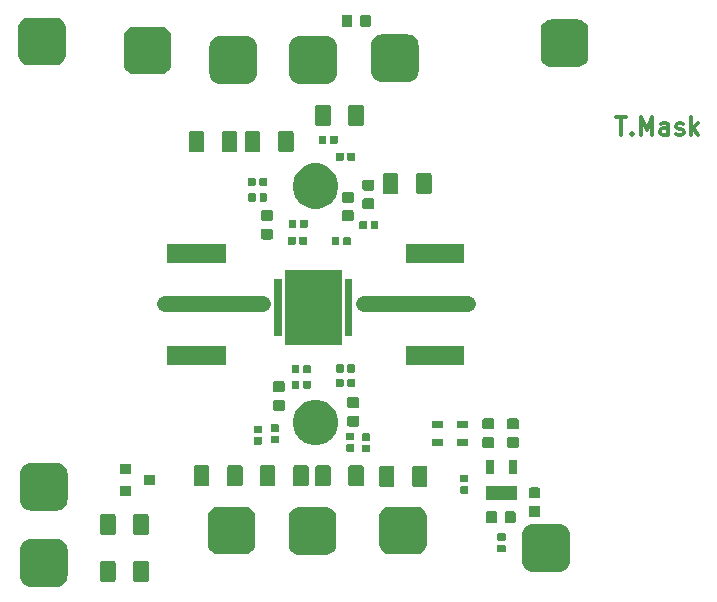
<source format=gts>
G04 #@! TF.GenerationSoftware,KiCad,Pcbnew,(5.1.5)-3*
G04 #@! TF.CreationDate,2020-01-04T12:29:47-06:00*
G04 #@! TF.ProjectId,HMC1121_4W_6CM,484d4331-3132-4315-9f34-575f36434d2e,rev?*
G04 #@! TF.SameCoordinates,Original*
G04 #@! TF.FileFunction,Soldermask,Top*
G04 #@! TF.FilePolarity,Negative*
%FSLAX46Y46*%
G04 Gerber Fmt 4.6, Leading zero omitted, Abs format (unit mm)*
G04 Created by KiCad (PCBNEW (5.1.5)-3) date 2020-01-04 12:29:47*
%MOMM*%
%LPD*%
G04 APERTURE LIST*
%ADD10C,1.343000*%
%ADD11C,0.300000*%
%ADD12C,0.150000*%
G04 APERTURE END LIST*
D10*
X160096200Y-94996000D02*
X168910000Y-94996000D01*
X151587200Y-94970600D02*
X143256000Y-94996000D01*
D11*
X181464285Y-79178571D02*
X182321428Y-79178571D01*
X181892857Y-80678571D02*
X181892857Y-79178571D01*
X182821428Y-80535714D02*
X182892857Y-80607142D01*
X182821428Y-80678571D01*
X182750000Y-80607142D01*
X182821428Y-80535714D01*
X182821428Y-80678571D01*
X183535714Y-80678571D02*
X183535714Y-79178571D01*
X184035714Y-80250000D01*
X184535714Y-79178571D01*
X184535714Y-80678571D01*
X185892857Y-80678571D02*
X185892857Y-79892857D01*
X185821428Y-79750000D01*
X185678571Y-79678571D01*
X185392857Y-79678571D01*
X185250000Y-79750000D01*
X185892857Y-80607142D02*
X185750000Y-80678571D01*
X185392857Y-80678571D01*
X185250000Y-80607142D01*
X185178571Y-80464285D01*
X185178571Y-80321428D01*
X185250000Y-80178571D01*
X185392857Y-80107142D01*
X185750000Y-80107142D01*
X185892857Y-80035714D01*
X186535714Y-80607142D02*
X186678571Y-80678571D01*
X186964285Y-80678571D01*
X187107142Y-80607142D01*
X187178571Y-80464285D01*
X187178571Y-80392857D01*
X187107142Y-80250000D01*
X186964285Y-80178571D01*
X186750000Y-80178571D01*
X186607142Y-80107142D01*
X186535714Y-79964285D01*
X186535714Y-79892857D01*
X186607142Y-79750000D01*
X186750000Y-79678571D01*
X186964285Y-79678571D01*
X187107142Y-79750000D01*
X187821428Y-80678571D02*
X187821428Y-79178571D01*
X187964285Y-80107142D02*
X188392857Y-80678571D01*
X188392857Y-79678571D02*
X187821428Y-80250000D01*
D12*
G36*
X134255660Y-114884241D02*
G01*
X134433607Y-114938221D01*
X134597605Y-115025879D01*
X134741352Y-115143848D01*
X134859321Y-115287595D01*
X134946979Y-115451593D01*
X135000959Y-115629540D01*
X135019800Y-115820834D01*
X135019800Y-117960766D01*
X135000959Y-118152060D01*
X134946979Y-118330007D01*
X134859321Y-118494005D01*
X134741352Y-118637752D01*
X134597605Y-118755721D01*
X134433607Y-118843379D01*
X134255660Y-118897359D01*
X134064366Y-118916200D01*
X131924434Y-118916200D01*
X131733140Y-118897359D01*
X131555193Y-118843379D01*
X131391195Y-118755721D01*
X131247448Y-118637752D01*
X131129479Y-118494005D01*
X131041821Y-118330007D01*
X130987841Y-118152060D01*
X130969000Y-117960766D01*
X130969000Y-115820834D01*
X130987841Y-115629540D01*
X131041821Y-115451593D01*
X131129479Y-115287595D01*
X131247448Y-115143848D01*
X131391195Y-115025879D01*
X131555193Y-114938221D01*
X131733140Y-114884241D01*
X131924434Y-114865400D01*
X134064366Y-114865400D01*
X134255660Y-114884241D01*
G37*
G36*
X141727806Y-116705737D02*
G01*
X141762205Y-116716171D01*
X141793901Y-116733113D01*
X141821685Y-116755915D01*
X141844487Y-116783699D01*
X141861429Y-116815395D01*
X141871863Y-116849794D01*
X141876000Y-116891794D01*
X141876000Y-118312206D01*
X141871863Y-118354206D01*
X141861429Y-118388605D01*
X141844487Y-118420301D01*
X141821685Y-118448085D01*
X141793901Y-118470887D01*
X141762205Y-118487829D01*
X141727806Y-118498263D01*
X141685806Y-118502400D01*
X140765394Y-118502400D01*
X140723394Y-118498263D01*
X140688995Y-118487829D01*
X140657299Y-118470887D01*
X140629515Y-118448085D01*
X140606713Y-118420301D01*
X140589771Y-118388605D01*
X140579337Y-118354206D01*
X140575200Y-118312206D01*
X140575200Y-116891794D01*
X140579337Y-116849794D01*
X140589771Y-116815395D01*
X140606713Y-116783699D01*
X140629515Y-116755915D01*
X140657299Y-116733113D01*
X140688995Y-116716171D01*
X140723394Y-116705737D01*
X140765394Y-116701600D01*
X141685806Y-116701600D01*
X141727806Y-116705737D01*
G37*
G36*
X138927806Y-116705737D02*
G01*
X138962205Y-116716171D01*
X138993901Y-116733113D01*
X139021685Y-116755915D01*
X139044487Y-116783699D01*
X139061429Y-116815395D01*
X139071863Y-116849794D01*
X139076000Y-116891794D01*
X139076000Y-118312206D01*
X139071863Y-118354206D01*
X139061429Y-118388605D01*
X139044487Y-118420301D01*
X139021685Y-118448085D01*
X138993901Y-118470887D01*
X138962205Y-118487829D01*
X138927806Y-118498263D01*
X138885806Y-118502400D01*
X137965394Y-118502400D01*
X137923394Y-118498263D01*
X137888995Y-118487829D01*
X137857299Y-118470887D01*
X137829515Y-118448085D01*
X137806713Y-118420301D01*
X137789771Y-118388605D01*
X137779337Y-118354206D01*
X137775200Y-118312206D01*
X137775200Y-116891794D01*
X137779337Y-116849794D01*
X137789771Y-116815395D01*
X137806713Y-116783699D01*
X137829515Y-116755915D01*
X137857299Y-116733113D01*
X137888995Y-116716171D01*
X137923394Y-116705737D01*
X137965394Y-116701600D01*
X138885806Y-116701600D01*
X138927806Y-116705737D01*
G37*
G36*
X176775260Y-113614241D02*
G01*
X176953207Y-113668221D01*
X177117205Y-113755879D01*
X177260952Y-113873848D01*
X177378921Y-114017595D01*
X177466579Y-114181593D01*
X177520559Y-114359540D01*
X177539400Y-114550834D01*
X177539400Y-116690766D01*
X177520559Y-116882060D01*
X177466579Y-117060007D01*
X177378921Y-117224005D01*
X177260952Y-117367752D01*
X177117205Y-117485721D01*
X176953207Y-117573379D01*
X176775260Y-117627359D01*
X176583966Y-117646200D01*
X174444034Y-117646200D01*
X174252740Y-117627359D01*
X174074793Y-117573379D01*
X173910795Y-117485721D01*
X173767048Y-117367752D01*
X173649079Y-117224005D01*
X173561421Y-117060007D01*
X173507441Y-116882060D01*
X173488600Y-116690766D01*
X173488600Y-114550834D01*
X173507441Y-114359540D01*
X173561421Y-114181593D01*
X173649079Y-114017595D01*
X173767048Y-113873848D01*
X173910795Y-113755879D01*
X174074793Y-113668221D01*
X174252740Y-113614241D01*
X174444034Y-113595400D01*
X176583966Y-113595400D01*
X176775260Y-113614241D01*
G37*
G36*
X157014060Y-112191841D02*
G01*
X157192007Y-112245821D01*
X157356005Y-112333479D01*
X157499752Y-112451448D01*
X157617721Y-112595195D01*
X157705379Y-112759193D01*
X157759359Y-112937140D01*
X157778200Y-113128434D01*
X157778200Y-115268366D01*
X157759359Y-115459660D01*
X157705379Y-115637607D01*
X157617721Y-115801605D01*
X157499752Y-115945352D01*
X157356005Y-116063321D01*
X157192007Y-116150979D01*
X157014060Y-116204959D01*
X156822766Y-116223800D01*
X154682834Y-116223800D01*
X154491540Y-116204959D01*
X154313593Y-116150979D01*
X154149595Y-116063321D01*
X154005848Y-115945352D01*
X153887879Y-115801605D01*
X153800221Y-115637607D01*
X153746241Y-115459660D01*
X153727400Y-115268366D01*
X153727400Y-113128434D01*
X153746241Y-112937140D01*
X153800221Y-112759193D01*
X153887879Y-112595195D01*
X154005848Y-112451448D01*
X154149595Y-112333479D01*
X154313593Y-112245821D01*
X154491540Y-112191841D01*
X154682834Y-112173000D01*
X156822766Y-112173000D01*
X157014060Y-112191841D01*
G37*
G36*
X150156060Y-112141041D02*
G01*
X150334007Y-112195021D01*
X150498005Y-112282679D01*
X150641752Y-112400648D01*
X150759721Y-112544395D01*
X150847379Y-112708393D01*
X150901359Y-112886340D01*
X150920200Y-113077634D01*
X150920200Y-115217566D01*
X150901359Y-115408860D01*
X150847379Y-115586807D01*
X150759721Y-115750805D01*
X150641752Y-115894552D01*
X150498005Y-116012521D01*
X150334007Y-116100179D01*
X150156060Y-116154159D01*
X149964766Y-116173000D01*
X147824834Y-116173000D01*
X147633540Y-116154159D01*
X147455593Y-116100179D01*
X147291595Y-116012521D01*
X147147848Y-115894552D01*
X147029879Y-115750805D01*
X146942221Y-115586807D01*
X146888241Y-115408860D01*
X146869400Y-115217566D01*
X146869400Y-113077634D01*
X146888241Y-112886340D01*
X146942221Y-112708393D01*
X147029879Y-112544395D01*
X147147848Y-112400648D01*
X147291595Y-112282679D01*
X147455593Y-112195021D01*
X147633540Y-112141041D01*
X147824834Y-112122200D01*
X149964766Y-112122200D01*
X150156060Y-112141041D01*
G37*
G36*
X164684860Y-112141041D02*
G01*
X164862807Y-112195021D01*
X165026805Y-112282679D01*
X165170552Y-112400648D01*
X165288521Y-112544395D01*
X165376179Y-112708393D01*
X165430159Y-112886340D01*
X165449000Y-113077634D01*
X165449000Y-115217566D01*
X165430159Y-115408860D01*
X165376179Y-115586807D01*
X165288521Y-115750805D01*
X165170552Y-115894552D01*
X165026805Y-116012521D01*
X164862807Y-116100179D01*
X164684860Y-116154159D01*
X164493566Y-116173000D01*
X162353634Y-116173000D01*
X162162340Y-116154159D01*
X161984393Y-116100179D01*
X161820395Y-116012521D01*
X161676648Y-115894552D01*
X161558679Y-115750805D01*
X161471021Y-115586807D01*
X161417041Y-115408860D01*
X161398200Y-115217566D01*
X161398200Y-113077634D01*
X161417041Y-112886340D01*
X161471021Y-112708393D01*
X161558679Y-112544395D01*
X161676648Y-112400648D01*
X161820395Y-112282679D01*
X161984393Y-112195021D01*
X162162340Y-112141041D01*
X162353634Y-112122200D01*
X164493566Y-112122200D01*
X164684860Y-112141041D01*
G37*
G36*
X172022249Y-115356061D02*
G01*
X172040272Y-115361529D01*
X172056880Y-115370406D01*
X172071443Y-115382357D01*
X172083394Y-115396920D01*
X172092271Y-115413528D01*
X172097739Y-115431551D01*
X172100200Y-115456543D01*
X172100200Y-115891457D01*
X172097739Y-115916449D01*
X172092271Y-115934472D01*
X172083394Y-115951080D01*
X172071443Y-115965643D01*
X172056880Y-115977594D01*
X172040272Y-115986471D01*
X172022249Y-115991939D01*
X171997257Y-115994400D01*
X171512343Y-115994400D01*
X171487351Y-115991939D01*
X171469328Y-115986471D01*
X171452720Y-115977594D01*
X171438157Y-115965643D01*
X171426206Y-115951080D01*
X171417329Y-115934472D01*
X171411861Y-115916449D01*
X171409400Y-115891457D01*
X171409400Y-115456543D01*
X171411861Y-115431551D01*
X171417329Y-115413528D01*
X171426206Y-115396920D01*
X171438157Y-115382357D01*
X171452720Y-115370406D01*
X171469328Y-115361529D01*
X171487351Y-115356061D01*
X171512343Y-115353600D01*
X171997257Y-115353600D01*
X172022249Y-115356061D01*
G37*
G36*
X172022249Y-114386061D02*
G01*
X172040272Y-114391529D01*
X172056880Y-114400406D01*
X172071443Y-114412357D01*
X172083394Y-114426920D01*
X172092271Y-114443528D01*
X172097739Y-114461551D01*
X172100200Y-114486543D01*
X172100200Y-114921457D01*
X172097739Y-114946449D01*
X172092271Y-114964472D01*
X172083394Y-114981080D01*
X172071443Y-114995643D01*
X172056880Y-115007594D01*
X172040272Y-115016471D01*
X172022249Y-115021939D01*
X171997257Y-115024400D01*
X171512343Y-115024400D01*
X171487351Y-115021939D01*
X171469328Y-115016471D01*
X171452720Y-115007594D01*
X171438157Y-114995643D01*
X171426206Y-114981080D01*
X171417329Y-114964472D01*
X171411861Y-114946449D01*
X171409400Y-114921457D01*
X171409400Y-114486543D01*
X171411861Y-114461551D01*
X171417329Y-114443528D01*
X171426206Y-114426920D01*
X171438157Y-114412357D01*
X171452720Y-114400406D01*
X171469328Y-114391529D01*
X171487351Y-114386061D01*
X171512343Y-114383600D01*
X171997257Y-114383600D01*
X172022249Y-114386061D01*
G37*
G36*
X138927806Y-112768737D02*
G01*
X138962205Y-112779171D01*
X138993901Y-112796113D01*
X139021685Y-112818915D01*
X139044487Y-112846699D01*
X139061429Y-112878395D01*
X139071863Y-112912794D01*
X139076000Y-112954794D01*
X139076000Y-114375206D01*
X139071863Y-114417206D01*
X139061429Y-114451605D01*
X139044487Y-114483301D01*
X139021685Y-114511085D01*
X138993901Y-114533887D01*
X138962205Y-114550829D01*
X138927806Y-114561263D01*
X138885806Y-114565400D01*
X137965394Y-114565400D01*
X137923394Y-114561263D01*
X137888995Y-114550829D01*
X137857299Y-114533887D01*
X137829515Y-114511085D01*
X137806713Y-114483301D01*
X137789771Y-114451605D01*
X137779337Y-114417206D01*
X137775200Y-114375206D01*
X137775200Y-112954794D01*
X137779337Y-112912794D01*
X137789771Y-112878395D01*
X137806713Y-112846699D01*
X137829515Y-112818915D01*
X137857299Y-112796113D01*
X137888995Y-112779171D01*
X137923394Y-112768737D01*
X137965394Y-112764600D01*
X138885806Y-112764600D01*
X138927806Y-112768737D01*
G37*
G36*
X141727806Y-112768737D02*
G01*
X141762205Y-112779171D01*
X141793901Y-112796113D01*
X141821685Y-112818915D01*
X141844487Y-112846699D01*
X141861429Y-112878395D01*
X141871863Y-112912794D01*
X141876000Y-112954794D01*
X141876000Y-114375206D01*
X141871863Y-114417206D01*
X141861429Y-114451605D01*
X141844487Y-114483301D01*
X141821685Y-114511085D01*
X141793901Y-114533887D01*
X141762205Y-114550829D01*
X141727806Y-114561263D01*
X141685806Y-114565400D01*
X140765394Y-114565400D01*
X140723394Y-114561263D01*
X140688995Y-114550829D01*
X140657299Y-114533887D01*
X140629515Y-114511085D01*
X140606713Y-114483301D01*
X140589771Y-114451605D01*
X140579337Y-114417206D01*
X140575200Y-114375206D01*
X140575200Y-112954794D01*
X140579337Y-112912794D01*
X140589771Y-112878395D01*
X140606713Y-112846699D01*
X140629515Y-112818915D01*
X140657299Y-112796113D01*
X140688995Y-112779171D01*
X140723394Y-112768737D01*
X140765394Y-112764600D01*
X141685806Y-112764600D01*
X141727806Y-112768737D01*
G37*
G36*
X171240097Y-112533430D02*
G01*
X171271489Y-112542953D01*
X171300414Y-112558414D01*
X171325774Y-112579226D01*
X171346586Y-112604586D01*
X171362047Y-112633511D01*
X171371570Y-112664903D01*
X171375400Y-112703793D01*
X171375400Y-113356207D01*
X171371570Y-113395097D01*
X171362047Y-113426489D01*
X171346586Y-113455414D01*
X171325774Y-113480774D01*
X171300414Y-113501586D01*
X171271489Y-113517047D01*
X171240097Y-113526570D01*
X171201207Y-113530400D01*
X170623793Y-113530400D01*
X170584903Y-113526570D01*
X170553511Y-113517047D01*
X170524586Y-113501586D01*
X170499226Y-113480774D01*
X170478414Y-113455414D01*
X170462953Y-113426489D01*
X170453430Y-113395097D01*
X170449600Y-113356207D01*
X170449600Y-112703793D01*
X170453430Y-112664903D01*
X170462953Y-112633511D01*
X170478414Y-112604586D01*
X170499226Y-112579226D01*
X170524586Y-112558414D01*
X170553511Y-112542953D01*
X170584903Y-112533430D01*
X170623793Y-112529600D01*
X171201207Y-112529600D01*
X171240097Y-112533430D01*
G37*
G36*
X172815097Y-112533430D02*
G01*
X172846489Y-112542953D01*
X172875414Y-112558414D01*
X172900774Y-112579226D01*
X172921586Y-112604586D01*
X172937047Y-112633511D01*
X172946570Y-112664903D01*
X172950400Y-112703793D01*
X172950400Y-113356207D01*
X172946570Y-113395097D01*
X172937047Y-113426489D01*
X172921586Y-113455414D01*
X172900774Y-113480774D01*
X172875414Y-113501586D01*
X172846489Y-113517047D01*
X172815097Y-113526570D01*
X172776207Y-113530400D01*
X172198793Y-113530400D01*
X172159903Y-113526570D01*
X172128511Y-113517047D01*
X172099586Y-113501586D01*
X172074226Y-113480774D01*
X172053414Y-113455414D01*
X172037953Y-113426489D01*
X172028430Y-113395097D01*
X172024600Y-113356207D01*
X172024600Y-112703793D01*
X172028430Y-112664903D01*
X172037953Y-112633511D01*
X172053414Y-112604586D01*
X172074226Y-112579226D01*
X172099586Y-112558414D01*
X172128511Y-112542953D01*
X172159903Y-112533430D01*
X172198793Y-112529600D01*
X172776207Y-112529600D01*
X172815097Y-112533430D01*
G37*
G36*
X174913897Y-112088430D02*
G01*
X174945289Y-112097953D01*
X174974214Y-112113414D01*
X174999574Y-112134226D01*
X175020386Y-112159586D01*
X175035847Y-112188511D01*
X175045370Y-112219903D01*
X175049200Y-112258793D01*
X175049200Y-112836207D01*
X175045370Y-112875097D01*
X175035847Y-112906489D01*
X175020386Y-112935414D01*
X174999574Y-112960774D01*
X174974214Y-112981586D01*
X174945289Y-112997047D01*
X174913897Y-113006570D01*
X174875007Y-113010400D01*
X174222593Y-113010400D01*
X174183703Y-113006570D01*
X174152311Y-112997047D01*
X174123386Y-112981586D01*
X174098026Y-112960774D01*
X174077214Y-112935414D01*
X174061753Y-112906489D01*
X174052230Y-112875097D01*
X174048400Y-112836207D01*
X174048400Y-112258793D01*
X174052230Y-112219903D01*
X174061753Y-112188511D01*
X174077214Y-112159586D01*
X174098026Y-112134226D01*
X174123386Y-112113414D01*
X174152311Y-112097953D01*
X174183703Y-112088430D01*
X174222593Y-112084600D01*
X174875007Y-112084600D01*
X174913897Y-112088430D01*
G37*
G36*
X134255660Y-108432641D02*
G01*
X134433607Y-108486621D01*
X134597605Y-108574279D01*
X134741352Y-108692248D01*
X134859321Y-108835995D01*
X134946979Y-108999993D01*
X135000959Y-109177940D01*
X135019800Y-109369234D01*
X135019800Y-111509166D01*
X135000959Y-111700460D01*
X134946979Y-111878407D01*
X134859321Y-112042405D01*
X134741352Y-112186152D01*
X134597605Y-112304121D01*
X134433607Y-112391779D01*
X134255660Y-112445759D01*
X134064366Y-112464600D01*
X131924434Y-112464600D01*
X131733140Y-112445759D01*
X131555193Y-112391779D01*
X131391195Y-112304121D01*
X131247448Y-112186152D01*
X131129479Y-112042405D01*
X131041821Y-111878407D01*
X130987841Y-111700460D01*
X130969000Y-111509166D01*
X130969000Y-109369234D01*
X130987841Y-109177940D01*
X131041821Y-108999993D01*
X131129479Y-108835995D01*
X131247448Y-108692248D01*
X131391195Y-108574279D01*
X131555193Y-108486621D01*
X131733140Y-108432641D01*
X131924434Y-108413800D01*
X134064366Y-108413800D01*
X134255660Y-108432641D01*
G37*
G36*
X173055200Y-111535800D02*
G01*
X170454400Y-111535800D01*
X170454400Y-110425000D01*
X173055200Y-110425000D01*
X173055200Y-111535800D01*
G37*
G36*
X174913897Y-110513430D02*
G01*
X174945289Y-110522953D01*
X174974214Y-110538414D01*
X174999574Y-110559226D01*
X175020386Y-110584586D01*
X175035847Y-110613511D01*
X175045370Y-110644903D01*
X175049200Y-110683793D01*
X175049200Y-111261207D01*
X175045370Y-111300097D01*
X175035847Y-111331489D01*
X175020386Y-111360414D01*
X174999574Y-111385774D01*
X174974214Y-111406586D01*
X174945289Y-111422047D01*
X174913897Y-111431570D01*
X174875007Y-111435400D01*
X174222593Y-111435400D01*
X174183703Y-111431570D01*
X174152311Y-111422047D01*
X174123386Y-111406586D01*
X174098026Y-111385774D01*
X174077214Y-111360414D01*
X174061753Y-111331489D01*
X174052230Y-111300097D01*
X174048400Y-111261207D01*
X174048400Y-110683793D01*
X174052230Y-110644903D01*
X174061753Y-110613511D01*
X174077214Y-110584586D01*
X174098026Y-110559226D01*
X174123386Y-110538414D01*
X174152311Y-110522953D01*
X174183703Y-110513430D01*
X174222593Y-110509600D01*
X174875007Y-110509600D01*
X174913897Y-110513430D01*
G37*
G36*
X140420000Y-111230400D02*
G01*
X139469200Y-111230400D01*
X139469200Y-110379600D01*
X140420000Y-110379600D01*
X140420000Y-111230400D01*
G37*
G36*
X168872649Y-110403061D02*
G01*
X168890672Y-110408529D01*
X168907280Y-110417406D01*
X168921843Y-110429357D01*
X168933794Y-110443920D01*
X168942671Y-110460528D01*
X168948139Y-110478551D01*
X168950600Y-110503543D01*
X168950600Y-110938457D01*
X168948139Y-110963449D01*
X168942671Y-110981472D01*
X168933794Y-110998080D01*
X168921843Y-111012643D01*
X168907280Y-111024594D01*
X168890672Y-111033471D01*
X168872649Y-111038939D01*
X168847657Y-111041400D01*
X168362743Y-111041400D01*
X168337751Y-111038939D01*
X168319728Y-111033471D01*
X168303120Y-111024594D01*
X168288557Y-111012643D01*
X168276606Y-110998080D01*
X168267729Y-110981472D01*
X168262261Y-110963449D01*
X168259800Y-110938457D01*
X168259800Y-110503543D01*
X168262261Y-110478551D01*
X168267729Y-110460528D01*
X168276606Y-110443920D01*
X168288557Y-110429357D01*
X168303120Y-110417406D01*
X168319728Y-110408529D01*
X168337751Y-110403061D01*
X168362743Y-110400600D01*
X168847657Y-110400600D01*
X168872649Y-110403061D01*
G37*
G36*
X165325806Y-108679337D02*
G01*
X165360205Y-108689771D01*
X165391901Y-108706713D01*
X165419685Y-108729515D01*
X165442487Y-108757299D01*
X165459429Y-108788995D01*
X165469863Y-108823394D01*
X165474000Y-108865394D01*
X165474000Y-110285806D01*
X165469863Y-110327806D01*
X165459429Y-110362205D01*
X165442487Y-110393901D01*
X165419685Y-110421685D01*
X165391901Y-110444487D01*
X165360205Y-110461429D01*
X165325806Y-110471863D01*
X165283806Y-110476000D01*
X164363394Y-110476000D01*
X164321394Y-110471863D01*
X164286995Y-110461429D01*
X164255299Y-110444487D01*
X164227515Y-110421685D01*
X164204713Y-110393901D01*
X164187771Y-110362205D01*
X164177337Y-110327806D01*
X164173200Y-110285806D01*
X164173200Y-108865394D01*
X164177337Y-108823394D01*
X164187771Y-108788995D01*
X164204713Y-108757299D01*
X164227515Y-108729515D01*
X164255299Y-108706713D01*
X164286995Y-108689771D01*
X164321394Y-108679337D01*
X164363394Y-108675200D01*
X165283806Y-108675200D01*
X165325806Y-108679337D01*
G37*
G36*
X162525806Y-108679337D02*
G01*
X162560205Y-108689771D01*
X162591901Y-108706713D01*
X162619685Y-108729515D01*
X162642487Y-108757299D01*
X162659429Y-108788995D01*
X162669863Y-108823394D01*
X162674000Y-108865394D01*
X162674000Y-110285806D01*
X162669863Y-110327806D01*
X162659429Y-110362205D01*
X162642487Y-110393901D01*
X162619685Y-110421685D01*
X162591901Y-110444487D01*
X162560205Y-110461429D01*
X162525806Y-110471863D01*
X162483806Y-110476000D01*
X161563394Y-110476000D01*
X161521394Y-110471863D01*
X161486995Y-110461429D01*
X161455299Y-110444487D01*
X161427515Y-110421685D01*
X161404713Y-110393901D01*
X161387771Y-110362205D01*
X161377337Y-110327806D01*
X161373200Y-110285806D01*
X161373200Y-108865394D01*
X161377337Y-108823394D01*
X161387771Y-108788995D01*
X161404713Y-108757299D01*
X161427515Y-108729515D01*
X161455299Y-108706713D01*
X161486995Y-108689771D01*
X161521394Y-108679337D01*
X161563394Y-108675200D01*
X162483806Y-108675200D01*
X162525806Y-108679337D01*
G37*
G36*
X157141006Y-108628537D02*
G01*
X157175405Y-108638971D01*
X157207101Y-108655913D01*
X157234885Y-108678715D01*
X157257687Y-108706499D01*
X157274629Y-108738195D01*
X157285063Y-108772594D01*
X157289200Y-108814594D01*
X157289200Y-110235006D01*
X157285063Y-110277006D01*
X157274629Y-110311405D01*
X157257687Y-110343101D01*
X157234885Y-110370885D01*
X157207101Y-110393687D01*
X157175405Y-110410629D01*
X157141006Y-110421063D01*
X157099006Y-110425200D01*
X156178594Y-110425200D01*
X156136594Y-110421063D01*
X156102195Y-110410629D01*
X156070499Y-110393687D01*
X156042715Y-110370885D01*
X156019913Y-110343101D01*
X156002971Y-110311405D01*
X155992537Y-110277006D01*
X155988400Y-110235006D01*
X155988400Y-108814594D01*
X155992537Y-108772594D01*
X156002971Y-108738195D01*
X156019913Y-108706499D01*
X156042715Y-108678715D01*
X156070499Y-108655913D01*
X156102195Y-108638971D01*
X156136594Y-108628537D01*
X156178594Y-108624400D01*
X157099006Y-108624400D01*
X157141006Y-108628537D01*
G37*
G36*
X159941006Y-108628537D02*
G01*
X159975405Y-108638971D01*
X160007101Y-108655913D01*
X160034885Y-108678715D01*
X160057687Y-108706499D01*
X160074629Y-108738195D01*
X160085063Y-108772594D01*
X160089200Y-108814594D01*
X160089200Y-110235006D01*
X160085063Y-110277006D01*
X160074629Y-110311405D01*
X160057687Y-110343101D01*
X160034885Y-110370885D01*
X160007101Y-110393687D01*
X159975405Y-110410629D01*
X159941006Y-110421063D01*
X159899006Y-110425200D01*
X158978594Y-110425200D01*
X158936594Y-110421063D01*
X158902195Y-110410629D01*
X158870499Y-110393687D01*
X158842715Y-110370885D01*
X158819913Y-110343101D01*
X158802971Y-110311405D01*
X158792537Y-110277006D01*
X158788400Y-110235006D01*
X158788400Y-108814594D01*
X158792537Y-108772594D01*
X158802971Y-108738195D01*
X158819913Y-108706499D01*
X158842715Y-108678715D01*
X158870499Y-108655913D01*
X158902195Y-108638971D01*
X158936594Y-108628537D01*
X158978594Y-108624400D01*
X159899006Y-108624400D01*
X159941006Y-108628537D01*
G37*
G36*
X152467406Y-108628537D02*
G01*
X152501805Y-108638971D01*
X152533501Y-108655913D01*
X152561285Y-108678715D01*
X152584087Y-108706499D01*
X152601029Y-108738195D01*
X152611463Y-108772594D01*
X152615600Y-108814594D01*
X152615600Y-110235006D01*
X152611463Y-110277006D01*
X152601029Y-110311405D01*
X152584087Y-110343101D01*
X152561285Y-110370885D01*
X152533501Y-110393687D01*
X152501805Y-110410629D01*
X152467406Y-110421063D01*
X152425406Y-110425200D01*
X151504994Y-110425200D01*
X151462994Y-110421063D01*
X151428595Y-110410629D01*
X151396899Y-110393687D01*
X151369115Y-110370885D01*
X151346313Y-110343101D01*
X151329371Y-110311405D01*
X151318937Y-110277006D01*
X151314800Y-110235006D01*
X151314800Y-108814594D01*
X151318937Y-108772594D01*
X151329371Y-108738195D01*
X151346313Y-108706499D01*
X151369115Y-108678715D01*
X151396899Y-108655913D01*
X151428595Y-108638971D01*
X151462994Y-108628537D01*
X151504994Y-108624400D01*
X152425406Y-108624400D01*
X152467406Y-108628537D01*
G37*
G36*
X155267406Y-108628537D02*
G01*
X155301805Y-108638971D01*
X155333501Y-108655913D01*
X155361285Y-108678715D01*
X155384087Y-108706499D01*
X155401029Y-108738195D01*
X155411463Y-108772594D01*
X155415600Y-108814594D01*
X155415600Y-110235006D01*
X155411463Y-110277006D01*
X155401029Y-110311405D01*
X155384087Y-110343101D01*
X155361285Y-110370885D01*
X155333501Y-110393687D01*
X155301805Y-110410629D01*
X155267406Y-110421063D01*
X155225406Y-110425200D01*
X154304994Y-110425200D01*
X154262994Y-110421063D01*
X154228595Y-110410629D01*
X154196899Y-110393687D01*
X154169115Y-110370885D01*
X154146313Y-110343101D01*
X154129371Y-110311405D01*
X154118937Y-110277006D01*
X154114800Y-110235006D01*
X154114800Y-108814594D01*
X154118937Y-108772594D01*
X154129371Y-108738195D01*
X154146313Y-108706499D01*
X154169115Y-108678715D01*
X154196899Y-108655913D01*
X154228595Y-108638971D01*
X154262994Y-108628537D01*
X154304994Y-108624400D01*
X155225406Y-108624400D01*
X155267406Y-108628537D01*
G37*
G36*
X146879406Y-108628537D02*
G01*
X146913805Y-108638971D01*
X146945501Y-108655913D01*
X146973285Y-108678715D01*
X146996087Y-108706499D01*
X147013029Y-108738195D01*
X147023463Y-108772594D01*
X147027600Y-108814594D01*
X147027600Y-110235006D01*
X147023463Y-110277006D01*
X147013029Y-110311405D01*
X146996087Y-110343101D01*
X146973285Y-110370885D01*
X146945501Y-110393687D01*
X146913805Y-110410629D01*
X146879406Y-110421063D01*
X146837406Y-110425200D01*
X145916994Y-110425200D01*
X145874994Y-110421063D01*
X145840595Y-110410629D01*
X145808899Y-110393687D01*
X145781115Y-110370885D01*
X145758313Y-110343101D01*
X145741371Y-110311405D01*
X145730937Y-110277006D01*
X145726800Y-110235006D01*
X145726800Y-108814594D01*
X145730937Y-108772594D01*
X145741371Y-108738195D01*
X145758313Y-108706499D01*
X145781115Y-108678715D01*
X145808899Y-108655913D01*
X145840595Y-108638971D01*
X145874994Y-108628537D01*
X145916994Y-108624400D01*
X146837406Y-108624400D01*
X146879406Y-108628537D01*
G37*
G36*
X149679406Y-108628537D02*
G01*
X149713805Y-108638971D01*
X149745501Y-108655913D01*
X149773285Y-108678715D01*
X149796087Y-108706499D01*
X149813029Y-108738195D01*
X149823463Y-108772594D01*
X149827600Y-108814594D01*
X149827600Y-110235006D01*
X149823463Y-110277006D01*
X149813029Y-110311405D01*
X149796087Y-110343101D01*
X149773285Y-110370885D01*
X149745501Y-110393687D01*
X149713805Y-110410629D01*
X149679406Y-110421063D01*
X149637406Y-110425200D01*
X148716994Y-110425200D01*
X148674994Y-110421063D01*
X148640595Y-110410629D01*
X148608899Y-110393687D01*
X148581115Y-110370885D01*
X148558313Y-110343101D01*
X148541371Y-110311405D01*
X148530937Y-110277006D01*
X148526800Y-110235006D01*
X148526800Y-108814594D01*
X148530937Y-108772594D01*
X148541371Y-108738195D01*
X148558313Y-108706499D01*
X148581115Y-108678715D01*
X148608899Y-108655913D01*
X148640595Y-108638971D01*
X148674994Y-108628537D01*
X148716994Y-108624400D01*
X149637406Y-108624400D01*
X149679406Y-108628537D01*
G37*
G36*
X142420000Y-110280400D02*
G01*
X141469200Y-110280400D01*
X141469200Y-109429600D01*
X142420000Y-109429600D01*
X142420000Y-110280400D01*
G37*
G36*
X168872649Y-109433061D02*
G01*
X168890672Y-109438529D01*
X168907280Y-109447406D01*
X168921843Y-109459357D01*
X168933794Y-109473920D01*
X168942671Y-109490528D01*
X168948139Y-109508551D01*
X168950600Y-109533543D01*
X168950600Y-109968457D01*
X168948139Y-109993449D01*
X168942671Y-110011472D01*
X168933794Y-110028080D01*
X168921843Y-110042643D01*
X168907280Y-110054594D01*
X168890672Y-110063471D01*
X168872649Y-110068939D01*
X168847657Y-110071400D01*
X168362743Y-110071400D01*
X168337751Y-110068939D01*
X168319728Y-110063471D01*
X168303120Y-110054594D01*
X168288557Y-110042643D01*
X168276606Y-110028080D01*
X168267729Y-110011472D01*
X168262261Y-109993449D01*
X168259800Y-109968457D01*
X168259800Y-109533543D01*
X168262261Y-109508551D01*
X168267729Y-109490528D01*
X168276606Y-109473920D01*
X168288557Y-109459357D01*
X168303120Y-109447406D01*
X168319728Y-109438529D01*
X168337751Y-109433061D01*
X168362743Y-109430600D01*
X168847657Y-109430600D01*
X168872649Y-109433061D01*
G37*
G36*
X173055200Y-109335800D02*
G01*
X172354400Y-109335800D01*
X172354400Y-108225000D01*
X173055200Y-108225000D01*
X173055200Y-109335800D01*
G37*
G36*
X171155200Y-109335800D02*
G01*
X170454400Y-109335800D01*
X170454400Y-108225000D01*
X171155200Y-108225000D01*
X171155200Y-109335800D01*
G37*
G36*
X140420000Y-109330400D02*
G01*
X139469200Y-109330400D01*
X139469200Y-108479600D01*
X140420000Y-108479600D01*
X140420000Y-109330400D01*
G37*
G36*
X160541449Y-106897861D02*
G01*
X160559472Y-106903329D01*
X160576080Y-106912206D01*
X160590643Y-106924157D01*
X160602594Y-106938720D01*
X160611471Y-106955328D01*
X160616939Y-106973351D01*
X160619400Y-106998343D01*
X160619400Y-107433257D01*
X160616939Y-107458249D01*
X160611471Y-107476272D01*
X160602594Y-107492880D01*
X160590643Y-107507443D01*
X160576080Y-107519394D01*
X160559472Y-107528271D01*
X160541449Y-107533739D01*
X160516457Y-107536200D01*
X160031543Y-107536200D01*
X160006551Y-107533739D01*
X159988528Y-107528271D01*
X159971920Y-107519394D01*
X159957357Y-107507443D01*
X159945406Y-107492880D01*
X159936529Y-107476272D01*
X159931061Y-107458249D01*
X159928600Y-107433257D01*
X159928600Y-106998343D01*
X159931061Y-106973351D01*
X159936529Y-106955328D01*
X159945406Y-106938720D01*
X159957357Y-106924157D01*
X159971920Y-106912206D01*
X159988528Y-106903329D01*
X160006551Y-106897861D01*
X160031543Y-106895400D01*
X160516457Y-106895400D01*
X160541449Y-106897861D01*
G37*
G36*
X159220649Y-106847061D02*
G01*
X159238672Y-106852529D01*
X159255280Y-106861406D01*
X159269843Y-106873357D01*
X159281794Y-106887920D01*
X159290671Y-106904528D01*
X159296139Y-106922551D01*
X159298600Y-106947543D01*
X159298600Y-107382457D01*
X159296139Y-107407449D01*
X159290671Y-107425472D01*
X159281794Y-107442080D01*
X159269843Y-107456643D01*
X159255280Y-107468594D01*
X159238672Y-107477471D01*
X159220649Y-107482939D01*
X159195657Y-107485400D01*
X158710743Y-107485400D01*
X158685751Y-107482939D01*
X158667728Y-107477471D01*
X158651120Y-107468594D01*
X158636557Y-107456643D01*
X158624606Y-107442080D01*
X158615729Y-107425472D01*
X158610261Y-107407449D01*
X158607800Y-107382457D01*
X158607800Y-106947543D01*
X158610261Y-106922551D01*
X158615729Y-106904528D01*
X158624606Y-106887920D01*
X158636557Y-106873357D01*
X158651120Y-106861406D01*
X158667728Y-106852529D01*
X158685751Y-106847061D01*
X158710743Y-106844600D01*
X159195657Y-106844600D01*
X159220649Y-106847061D01*
G37*
G36*
X173085097Y-106246430D02*
G01*
X173116489Y-106255953D01*
X173145414Y-106271414D01*
X173170774Y-106292226D01*
X173191586Y-106317586D01*
X173207047Y-106346511D01*
X173216570Y-106377903D01*
X173220400Y-106416793D01*
X173220400Y-106994207D01*
X173216570Y-107033097D01*
X173207047Y-107064489D01*
X173191586Y-107093414D01*
X173170774Y-107118774D01*
X173145414Y-107139586D01*
X173116489Y-107155047D01*
X173085097Y-107164570D01*
X173046207Y-107168400D01*
X172393793Y-107168400D01*
X172354903Y-107164570D01*
X172323511Y-107155047D01*
X172294586Y-107139586D01*
X172269226Y-107118774D01*
X172248414Y-107093414D01*
X172232953Y-107064489D01*
X172223430Y-107033097D01*
X172219600Y-106994207D01*
X172219600Y-106416793D01*
X172223430Y-106377903D01*
X172232953Y-106346511D01*
X172248414Y-106317586D01*
X172269226Y-106292226D01*
X172294586Y-106271414D01*
X172323511Y-106255953D01*
X172354903Y-106246430D01*
X172393793Y-106242600D01*
X173046207Y-106242600D01*
X173085097Y-106246430D01*
G37*
G36*
X171002297Y-106234430D02*
G01*
X171033689Y-106243953D01*
X171062614Y-106259414D01*
X171087974Y-106280226D01*
X171108786Y-106305586D01*
X171124247Y-106334511D01*
X171133770Y-106365903D01*
X171137600Y-106404793D01*
X171137600Y-106982207D01*
X171133770Y-107021097D01*
X171124247Y-107052489D01*
X171108786Y-107081414D01*
X171087974Y-107106774D01*
X171062614Y-107127586D01*
X171033689Y-107143047D01*
X171002297Y-107152570D01*
X170963407Y-107156400D01*
X170310993Y-107156400D01*
X170272103Y-107152570D01*
X170240711Y-107143047D01*
X170211786Y-107127586D01*
X170186426Y-107106774D01*
X170165614Y-107081414D01*
X170150153Y-107052489D01*
X170140630Y-107021097D01*
X170136800Y-106982207D01*
X170136800Y-106404793D01*
X170140630Y-106365903D01*
X170150153Y-106334511D01*
X170165614Y-106305586D01*
X170186426Y-106280226D01*
X170211786Y-106259414D01*
X170240711Y-106243953D01*
X170272103Y-106234430D01*
X170310993Y-106230600D01*
X170963407Y-106230600D01*
X171002297Y-106234430D01*
G37*
G36*
X168928200Y-106955400D02*
G01*
X167977400Y-106955400D01*
X167977400Y-106404600D01*
X168928200Y-106404600D01*
X168928200Y-106955400D01*
G37*
G36*
X166794600Y-106955400D02*
G01*
X165843800Y-106955400D01*
X165843800Y-106404600D01*
X166794600Y-106404600D01*
X166794600Y-106955400D01*
G37*
G36*
X156561620Y-103148592D02*
G01*
X156912018Y-103293732D01*
X157227371Y-103504444D01*
X157495556Y-103772629D01*
X157706268Y-104087982D01*
X157851408Y-104438380D01*
X157925400Y-104810365D01*
X157925400Y-105189635D01*
X157851408Y-105561620D01*
X157706268Y-105912018D01*
X157495556Y-106227371D01*
X157227371Y-106495556D01*
X156912018Y-106706268D01*
X156561620Y-106851408D01*
X156189635Y-106925400D01*
X155810365Y-106925400D01*
X155438380Y-106851408D01*
X155087982Y-106706268D01*
X154772629Y-106495556D01*
X154504444Y-106227371D01*
X154293732Y-105912018D01*
X154148592Y-105561620D01*
X154074600Y-105189635D01*
X154074600Y-104810365D01*
X154148592Y-104438380D01*
X154293732Y-104087982D01*
X154504444Y-103772629D01*
X154772629Y-103504444D01*
X155087982Y-103293732D01*
X155438380Y-103148592D01*
X155810365Y-103074600D01*
X156189635Y-103074600D01*
X156561620Y-103148592D01*
G37*
G36*
X151397449Y-106246261D02*
G01*
X151415472Y-106251729D01*
X151432080Y-106260606D01*
X151446643Y-106272557D01*
X151458594Y-106287120D01*
X151467471Y-106303728D01*
X151472939Y-106321751D01*
X151475400Y-106346743D01*
X151475400Y-106781657D01*
X151472939Y-106806649D01*
X151467471Y-106824672D01*
X151458594Y-106841280D01*
X151446643Y-106855843D01*
X151432080Y-106867794D01*
X151415472Y-106876671D01*
X151397449Y-106882139D01*
X151372457Y-106884600D01*
X150887543Y-106884600D01*
X150862551Y-106882139D01*
X150844528Y-106876671D01*
X150827920Y-106867794D01*
X150813357Y-106855843D01*
X150801406Y-106841280D01*
X150792529Y-106824672D01*
X150787061Y-106806649D01*
X150784600Y-106781657D01*
X150784600Y-106346743D01*
X150787061Y-106321751D01*
X150792529Y-106303728D01*
X150801406Y-106287120D01*
X150813357Y-106272557D01*
X150827920Y-106260606D01*
X150844528Y-106251729D01*
X150862551Y-106246261D01*
X150887543Y-106243800D01*
X151372457Y-106243800D01*
X151397449Y-106246261D01*
G37*
G36*
X152819849Y-106135861D02*
G01*
X152837872Y-106141329D01*
X152854480Y-106150206D01*
X152869043Y-106162157D01*
X152880994Y-106176720D01*
X152889871Y-106193328D01*
X152895339Y-106211351D01*
X152897800Y-106236343D01*
X152897800Y-106671257D01*
X152895339Y-106696249D01*
X152889871Y-106714272D01*
X152880994Y-106730880D01*
X152869043Y-106745443D01*
X152854480Y-106757394D01*
X152837872Y-106766271D01*
X152819849Y-106771739D01*
X152794857Y-106774200D01*
X152309943Y-106774200D01*
X152284951Y-106771739D01*
X152266928Y-106766271D01*
X152250320Y-106757394D01*
X152235757Y-106745443D01*
X152223806Y-106730880D01*
X152214929Y-106714272D01*
X152209461Y-106696249D01*
X152207000Y-106671257D01*
X152207000Y-106236343D01*
X152209461Y-106211351D01*
X152214929Y-106193328D01*
X152223806Y-106176720D01*
X152235757Y-106162157D01*
X152250320Y-106150206D01*
X152266928Y-106141329D01*
X152284951Y-106135861D01*
X152309943Y-106133400D01*
X152794857Y-106133400D01*
X152819849Y-106135861D01*
G37*
G36*
X160541449Y-105927861D02*
G01*
X160559472Y-105933329D01*
X160576080Y-105942206D01*
X160590643Y-105954157D01*
X160602594Y-105968720D01*
X160611471Y-105985328D01*
X160616939Y-106003351D01*
X160619400Y-106028343D01*
X160619400Y-106463257D01*
X160616939Y-106488249D01*
X160611471Y-106506272D01*
X160602594Y-106522880D01*
X160590643Y-106537443D01*
X160576080Y-106549394D01*
X160559472Y-106558271D01*
X160541449Y-106563739D01*
X160516457Y-106566200D01*
X160031543Y-106566200D01*
X160006551Y-106563739D01*
X159988528Y-106558271D01*
X159971920Y-106549394D01*
X159957357Y-106537443D01*
X159945406Y-106522880D01*
X159936529Y-106506272D01*
X159931061Y-106488249D01*
X159928600Y-106463257D01*
X159928600Y-106028343D01*
X159931061Y-106003351D01*
X159936529Y-105985328D01*
X159945406Y-105968720D01*
X159957357Y-105954157D01*
X159971920Y-105942206D01*
X159988528Y-105933329D01*
X160006551Y-105927861D01*
X160031543Y-105925400D01*
X160516457Y-105925400D01*
X160541449Y-105927861D01*
G37*
G36*
X159220649Y-105877061D02*
G01*
X159238672Y-105882529D01*
X159255280Y-105891406D01*
X159269843Y-105903357D01*
X159281794Y-105917920D01*
X159290671Y-105934528D01*
X159296139Y-105952551D01*
X159298600Y-105977543D01*
X159298600Y-106412457D01*
X159296139Y-106437449D01*
X159290671Y-106455472D01*
X159281794Y-106472080D01*
X159269843Y-106486643D01*
X159255280Y-106498594D01*
X159238672Y-106507471D01*
X159220649Y-106512939D01*
X159195657Y-106515400D01*
X158710743Y-106515400D01*
X158685751Y-106512939D01*
X158667728Y-106507471D01*
X158651120Y-106498594D01*
X158636557Y-106486643D01*
X158624606Y-106472080D01*
X158615729Y-106455472D01*
X158610261Y-106437449D01*
X158607800Y-106412457D01*
X158607800Y-105977543D01*
X158610261Y-105952551D01*
X158615729Y-105934528D01*
X158624606Y-105917920D01*
X158636557Y-105903357D01*
X158651120Y-105891406D01*
X158667728Y-105882529D01*
X158685751Y-105877061D01*
X158710743Y-105874600D01*
X159195657Y-105874600D01*
X159220649Y-105877061D01*
G37*
G36*
X151397449Y-105276261D02*
G01*
X151415472Y-105281729D01*
X151432080Y-105290606D01*
X151446643Y-105302557D01*
X151458594Y-105317120D01*
X151467471Y-105333728D01*
X151472939Y-105351751D01*
X151475400Y-105376743D01*
X151475400Y-105811657D01*
X151472939Y-105836649D01*
X151467471Y-105854672D01*
X151458594Y-105871280D01*
X151446643Y-105885843D01*
X151432080Y-105897794D01*
X151415472Y-105906671D01*
X151397449Y-105912139D01*
X151372457Y-105914600D01*
X150887543Y-105914600D01*
X150862551Y-105912139D01*
X150844528Y-105906671D01*
X150827920Y-105897794D01*
X150813357Y-105885843D01*
X150801406Y-105871280D01*
X150792529Y-105854672D01*
X150787061Y-105836649D01*
X150784600Y-105811657D01*
X150784600Y-105376743D01*
X150787061Y-105351751D01*
X150792529Y-105333728D01*
X150801406Y-105317120D01*
X150813357Y-105302557D01*
X150827920Y-105290606D01*
X150844528Y-105281729D01*
X150862551Y-105276261D01*
X150887543Y-105273800D01*
X151372457Y-105273800D01*
X151397449Y-105276261D01*
G37*
G36*
X152819849Y-105165861D02*
G01*
X152837872Y-105171329D01*
X152854480Y-105180206D01*
X152869043Y-105192157D01*
X152880994Y-105206720D01*
X152889871Y-105223328D01*
X152895339Y-105241351D01*
X152897800Y-105266343D01*
X152897800Y-105701257D01*
X152895339Y-105726249D01*
X152889871Y-105744272D01*
X152880994Y-105760880D01*
X152869043Y-105775443D01*
X152854480Y-105787394D01*
X152837872Y-105796271D01*
X152819849Y-105801739D01*
X152794857Y-105804200D01*
X152309943Y-105804200D01*
X152284951Y-105801739D01*
X152266928Y-105796271D01*
X152250320Y-105787394D01*
X152235757Y-105775443D01*
X152223806Y-105760880D01*
X152214929Y-105744272D01*
X152209461Y-105726249D01*
X152207000Y-105701257D01*
X152207000Y-105266343D01*
X152209461Y-105241351D01*
X152214929Y-105223328D01*
X152223806Y-105206720D01*
X152235757Y-105192157D01*
X152250320Y-105180206D01*
X152266928Y-105171329D01*
X152284951Y-105165861D01*
X152309943Y-105163400D01*
X152794857Y-105163400D01*
X152819849Y-105165861D01*
G37*
G36*
X173085097Y-104671430D02*
G01*
X173116489Y-104680953D01*
X173145414Y-104696414D01*
X173170774Y-104717226D01*
X173191586Y-104742586D01*
X173207047Y-104771511D01*
X173216570Y-104802903D01*
X173220400Y-104841793D01*
X173220400Y-105419207D01*
X173216570Y-105458097D01*
X173207047Y-105489489D01*
X173191586Y-105518414D01*
X173170774Y-105543774D01*
X173145414Y-105564586D01*
X173116489Y-105580047D01*
X173085097Y-105589570D01*
X173046207Y-105593400D01*
X172393793Y-105593400D01*
X172354903Y-105589570D01*
X172323511Y-105580047D01*
X172294586Y-105564586D01*
X172269226Y-105543774D01*
X172248414Y-105518414D01*
X172232953Y-105489489D01*
X172223430Y-105458097D01*
X172219600Y-105419207D01*
X172219600Y-104841793D01*
X172223430Y-104802903D01*
X172232953Y-104771511D01*
X172248414Y-104742586D01*
X172269226Y-104717226D01*
X172294586Y-104696414D01*
X172323511Y-104680953D01*
X172354903Y-104671430D01*
X172393793Y-104667600D01*
X173046207Y-104667600D01*
X173085097Y-104671430D01*
G37*
G36*
X171002297Y-104659430D02*
G01*
X171033689Y-104668953D01*
X171062614Y-104684414D01*
X171087974Y-104705226D01*
X171108786Y-104730586D01*
X171124247Y-104759511D01*
X171133770Y-104790903D01*
X171137600Y-104829793D01*
X171137600Y-105407207D01*
X171133770Y-105446097D01*
X171124247Y-105477489D01*
X171108786Y-105506414D01*
X171087974Y-105531774D01*
X171062614Y-105552586D01*
X171033689Y-105568047D01*
X171002297Y-105577570D01*
X170963407Y-105581400D01*
X170310993Y-105581400D01*
X170272103Y-105577570D01*
X170240711Y-105568047D01*
X170211786Y-105552586D01*
X170186426Y-105531774D01*
X170165614Y-105506414D01*
X170150153Y-105477489D01*
X170140630Y-105446097D01*
X170136800Y-105407207D01*
X170136800Y-104829793D01*
X170140630Y-104790903D01*
X170150153Y-104759511D01*
X170165614Y-104730586D01*
X170186426Y-104705226D01*
X170211786Y-104684414D01*
X170240711Y-104668953D01*
X170272103Y-104659430D01*
X170310993Y-104655600D01*
X170963407Y-104655600D01*
X171002297Y-104659430D01*
G37*
G36*
X166794600Y-105455400D02*
G01*
X165843800Y-105455400D01*
X165843800Y-104904600D01*
X166794600Y-104904600D01*
X166794600Y-105455400D01*
G37*
G36*
X168928200Y-105455400D02*
G01*
X167977400Y-105455400D01*
X167977400Y-104904600D01*
X168928200Y-104904600D01*
X168928200Y-105455400D01*
G37*
G36*
X159565097Y-104428430D02*
G01*
X159596489Y-104437953D01*
X159625414Y-104453414D01*
X159650774Y-104474226D01*
X159671586Y-104499586D01*
X159687047Y-104528511D01*
X159696570Y-104559903D01*
X159700400Y-104598793D01*
X159700400Y-105176207D01*
X159696570Y-105215097D01*
X159687047Y-105246489D01*
X159671586Y-105275414D01*
X159650774Y-105300774D01*
X159625414Y-105321586D01*
X159596489Y-105337047D01*
X159565097Y-105346570D01*
X159526207Y-105350400D01*
X158873793Y-105350400D01*
X158834903Y-105346570D01*
X158803511Y-105337047D01*
X158774586Y-105321586D01*
X158749226Y-105300774D01*
X158728414Y-105275414D01*
X158712953Y-105246489D01*
X158703430Y-105215097D01*
X158699600Y-105176207D01*
X158699600Y-104598793D01*
X158703430Y-104559903D01*
X158712953Y-104528511D01*
X158728414Y-104499586D01*
X158749226Y-104474226D01*
X158774586Y-104453414D01*
X158803511Y-104437953D01*
X158834903Y-104428430D01*
X158873793Y-104424600D01*
X159526207Y-104424600D01*
X159565097Y-104428430D01*
G37*
G36*
X153273097Y-103096830D02*
G01*
X153304489Y-103106353D01*
X153333414Y-103121814D01*
X153358774Y-103142626D01*
X153379586Y-103167986D01*
X153395047Y-103196911D01*
X153404570Y-103228303D01*
X153408400Y-103267193D01*
X153408400Y-103844607D01*
X153404570Y-103883497D01*
X153395047Y-103914889D01*
X153379586Y-103943814D01*
X153358774Y-103969174D01*
X153333414Y-103989986D01*
X153304489Y-104005447D01*
X153273097Y-104014970D01*
X153234207Y-104018800D01*
X152581793Y-104018800D01*
X152542903Y-104014970D01*
X152511511Y-104005447D01*
X152482586Y-103989986D01*
X152457226Y-103969174D01*
X152436414Y-103943814D01*
X152420953Y-103914889D01*
X152411430Y-103883497D01*
X152407600Y-103844607D01*
X152407600Y-103267193D01*
X152411430Y-103228303D01*
X152420953Y-103196911D01*
X152436414Y-103167986D01*
X152457226Y-103142626D01*
X152482586Y-103121814D01*
X152511511Y-103106353D01*
X152542903Y-103096830D01*
X152581793Y-103093000D01*
X153234207Y-103093000D01*
X153273097Y-103096830D01*
G37*
G36*
X159565097Y-102853430D02*
G01*
X159596489Y-102862953D01*
X159625414Y-102878414D01*
X159650774Y-102899226D01*
X159671586Y-102924586D01*
X159687047Y-102953511D01*
X159696570Y-102984903D01*
X159700400Y-103023793D01*
X159700400Y-103601207D01*
X159696570Y-103640097D01*
X159687047Y-103671489D01*
X159671586Y-103700414D01*
X159650774Y-103725774D01*
X159625414Y-103746586D01*
X159596489Y-103762047D01*
X159565097Y-103771570D01*
X159526207Y-103775400D01*
X158873793Y-103775400D01*
X158834903Y-103771570D01*
X158803511Y-103762047D01*
X158774586Y-103746586D01*
X158749226Y-103725774D01*
X158728414Y-103700414D01*
X158712953Y-103671489D01*
X158703430Y-103640097D01*
X158699600Y-103601207D01*
X158699600Y-103023793D01*
X158703430Y-102984903D01*
X158712953Y-102953511D01*
X158728414Y-102924586D01*
X158749226Y-102899226D01*
X158774586Y-102878414D01*
X158803511Y-102862953D01*
X158834903Y-102853430D01*
X158873793Y-102849600D01*
X159526207Y-102849600D01*
X159565097Y-102853430D01*
G37*
G36*
X153273097Y-101521830D02*
G01*
X153304489Y-101531353D01*
X153333414Y-101546814D01*
X153358774Y-101567626D01*
X153379586Y-101592986D01*
X153395047Y-101621911D01*
X153404570Y-101653303D01*
X153408400Y-101692193D01*
X153408400Y-102269607D01*
X153404570Y-102308497D01*
X153395047Y-102339889D01*
X153379586Y-102368814D01*
X153358774Y-102394174D01*
X153333414Y-102414986D01*
X153304489Y-102430447D01*
X153273097Y-102439970D01*
X153234207Y-102443800D01*
X152581793Y-102443800D01*
X152542903Y-102439970D01*
X152511511Y-102430447D01*
X152482586Y-102414986D01*
X152457226Y-102394174D01*
X152436414Y-102368814D01*
X152420953Y-102339889D01*
X152411430Y-102308497D01*
X152407600Y-102269607D01*
X152407600Y-101692193D01*
X152411430Y-101653303D01*
X152420953Y-101621911D01*
X152436414Y-101592986D01*
X152457226Y-101567626D01*
X152482586Y-101546814D01*
X152511511Y-101531353D01*
X152542903Y-101521830D01*
X152581793Y-101518000D01*
X153234207Y-101518000D01*
X153273097Y-101521830D01*
G37*
G36*
X155527449Y-101457061D02*
G01*
X155545472Y-101462529D01*
X155562080Y-101471406D01*
X155576643Y-101483357D01*
X155588594Y-101497920D01*
X155597471Y-101514528D01*
X155602939Y-101532551D01*
X155605400Y-101557543D01*
X155605400Y-102042457D01*
X155602939Y-102067449D01*
X155597471Y-102085472D01*
X155588594Y-102102080D01*
X155576643Y-102116643D01*
X155562080Y-102128594D01*
X155545472Y-102137471D01*
X155527449Y-102142939D01*
X155502457Y-102145400D01*
X155067543Y-102145400D01*
X155042551Y-102142939D01*
X155024528Y-102137471D01*
X155007920Y-102128594D01*
X154993357Y-102116643D01*
X154981406Y-102102080D01*
X154972529Y-102085472D01*
X154967061Y-102067449D01*
X154964600Y-102042457D01*
X154964600Y-101557543D01*
X154967061Y-101532551D01*
X154972529Y-101514528D01*
X154981406Y-101497920D01*
X154993357Y-101483357D01*
X155007920Y-101471406D01*
X155024528Y-101462529D01*
X155042551Y-101457061D01*
X155067543Y-101454600D01*
X155502457Y-101454600D01*
X155527449Y-101457061D01*
G37*
G36*
X154557449Y-101457061D02*
G01*
X154575472Y-101462529D01*
X154592080Y-101471406D01*
X154606643Y-101483357D01*
X154618594Y-101497920D01*
X154627471Y-101514528D01*
X154632939Y-101532551D01*
X154635400Y-101557543D01*
X154635400Y-102042457D01*
X154632939Y-102067449D01*
X154627471Y-102085472D01*
X154618594Y-102102080D01*
X154606643Y-102116643D01*
X154592080Y-102128594D01*
X154575472Y-102137471D01*
X154557449Y-102142939D01*
X154532457Y-102145400D01*
X154097543Y-102145400D01*
X154072551Y-102142939D01*
X154054528Y-102137471D01*
X154037920Y-102128594D01*
X154023357Y-102116643D01*
X154011406Y-102102080D01*
X154002529Y-102085472D01*
X153997061Y-102067449D01*
X153994600Y-102042457D01*
X153994600Y-101557543D01*
X153997061Y-101532551D01*
X154002529Y-101514528D01*
X154011406Y-101497920D01*
X154023357Y-101483357D01*
X154037920Y-101471406D01*
X154054528Y-101462529D01*
X154072551Y-101457061D01*
X154097543Y-101454600D01*
X154532457Y-101454600D01*
X154557449Y-101457061D01*
G37*
G36*
X158307449Y-101307061D02*
G01*
X158325472Y-101312529D01*
X158342080Y-101321406D01*
X158356643Y-101333357D01*
X158368594Y-101347920D01*
X158377471Y-101364528D01*
X158382939Y-101382551D01*
X158385400Y-101407543D01*
X158385400Y-101892457D01*
X158382939Y-101917449D01*
X158377471Y-101935472D01*
X158368594Y-101952080D01*
X158356643Y-101966643D01*
X158342080Y-101978594D01*
X158325472Y-101987471D01*
X158307449Y-101992939D01*
X158282457Y-101995400D01*
X157847543Y-101995400D01*
X157822551Y-101992939D01*
X157804528Y-101987471D01*
X157787920Y-101978594D01*
X157773357Y-101966643D01*
X157761406Y-101952080D01*
X157752529Y-101935472D01*
X157747061Y-101917449D01*
X157744600Y-101892457D01*
X157744600Y-101407543D01*
X157747061Y-101382551D01*
X157752529Y-101364528D01*
X157761406Y-101347920D01*
X157773357Y-101333357D01*
X157787920Y-101321406D01*
X157804528Y-101312529D01*
X157822551Y-101307061D01*
X157847543Y-101304600D01*
X158282457Y-101304600D01*
X158307449Y-101307061D01*
G37*
G36*
X159277449Y-101307061D02*
G01*
X159295472Y-101312529D01*
X159312080Y-101321406D01*
X159326643Y-101333357D01*
X159338594Y-101347920D01*
X159347471Y-101364528D01*
X159352939Y-101382551D01*
X159355400Y-101407543D01*
X159355400Y-101892457D01*
X159352939Y-101917449D01*
X159347471Y-101935472D01*
X159338594Y-101952080D01*
X159326643Y-101966643D01*
X159312080Y-101978594D01*
X159295472Y-101987471D01*
X159277449Y-101992939D01*
X159252457Y-101995400D01*
X158817543Y-101995400D01*
X158792551Y-101992939D01*
X158774528Y-101987471D01*
X158757920Y-101978594D01*
X158743357Y-101966643D01*
X158731406Y-101952080D01*
X158722529Y-101935472D01*
X158717061Y-101917449D01*
X158714600Y-101892457D01*
X158714600Y-101407543D01*
X158717061Y-101382551D01*
X158722529Y-101364528D01*
X158731406Y-101347920D01*
X158743357Y-101333357D01*
X158757920Y-101321406D01*
X158774528Y-101312529D01*
X158792551Y-101307061D01*
X158817543Y-101304600D01*
X159252457Y-101304600D01*
X159277449Y-101307061D01*
G37*
G36*
X154557449Y-100157061D02*
G01*
X154575472Y-100162529D01*
X154592080Y-100171406D01*
X154606643Y-100183357D01*
X154618594Y-100197920D01*
X154627471Y-100214528D01*
X154632939Y-100232551D01*
X154635400Y-100257543D01*
X154635400Y-100742457D01*
X154632939Y-100767449D01*
X154627471Y-100785472D01*
X154618594Y-100802080D01*
X154606643Y-100816643D01*
X154592080Y-100828594D01*
X154575472Y-100837471D01*
X154557449Y-100842939D01*
X154532457Y-100845400D01*
X154097543Y-100845400D01*
X154072551Y-100842939D01*
X154054528Y-100837471D01*
X154037920Y-100828594D01*
X154023357Y-100816643D01*
X154011406Y-100802080D01*
X154002529Y-100785472D01*
X153997061Y-100767449D01*
X153994600Y-100742457D01*
X153994600Y-100257543D01*
X153997061Y-100232551D01*
X154002529Y-100214528D01*
X154011406Y-100197920D01*
X154023357Y-100183357D01*
X154037920Y-100171406D01*
X154054528Y-100162529D01*
X154072551Y-100157061D01*
X154097543Y-100154600D01*
X154532457Y-100154600D01*
X154557449Y-100157061D01*
G37*
G36*
X155527449Y-100157061D02*
G01*
X155545472Y-100162529D01*
X155562080Y-100171406D01*
X155576643Y-100183357D01*
X155588594Y-100197920D01*
X155597471Y-100214528D01*
X155602939Y-100232551D01*
X155605400Y-100257543D01*
X155605400Y-100742457D01*
X155602939Y-100767449D01*
X155597471Y-100785472D01*
X155588594Y-100802080D01*
X155576643Y-100816643D01*
X155562080Y-100828594D01*
X155545472Y-100837471D01*
X155527449Y-100842939D01*
X155502457Y-100845400D01*
X155067543Y-100845400D01*
X155042551Y-100842939D01*
X155024528Y-100837471D01*
X155007920Y-100828594D01*
X154993357Y-100816643D01*
X154981406Y-100802080D01*
X154972529Y-100785472D01*
X154967061Y-100767449D01*
X154964600Y-100742457D01*
X154964600Y-100257543D01*
X154967061Y-100232551D01*
X154972529Y-100214528D01*
X154981406Y-100197920D01*
X154993357Y-100183357D01*
X155007920Y-100171406D01*
X155024528Y-100162529D01*
X155042551Y-100157061D01*
X155067543Y-100154600D01*
X155502457Y-100154600D01*
X155527449Y-100157061D01*
G37*
G36*
X158304249Y-100088661D02*
G01*
X158322272Y-100094129D01*
X158338880Y-100103006D01*
X158353443Y-100114957D01*
X158365394Y-100129520D01*
X158374271Y-100146128D01*
X158379739Y-100164151D01*
X158382200Y-100189143D01*
X158382200Y-100674057D01*
X158379739Y-100699049D01*
X158374271Y-100717072D01*
X158365394Y-100733680D01*
X158353443Y-100748243D01*
X158338880Y-100760194D01*
X158322272Y-100769071D01*
X158304249Y-100774539D01*
X158279257Y-100777000D01*
X157844343Y-100777000D01*
X157819351Y-100774539D01*
X157801328Y-100769071D01*
X157784720Y-100760194D01*
X157770157Y-100748243D01*
X157758206Y-100733680D01*
X157749329Y-100717072D01*
X157743861Y-100699049D01*
X157741400Y-100674057D01*
X157741400Y-100189143D01*
X157743861Y-100164151D01*
X157749329Y-100146128D01*
X157758206Y-100129520D01*
X157770157Y-100114957D01*
X157784720Y-100103006D01*
X157801328Y-100094129D01*
X157819351Y-100088661D01*
X157844343Y-100086200D01*
X158279257Y-100086200D01*
X158304249Y-100088661D01*
G37*
G36*
X159274249Y-100088661D02*
G01*
X159292272Y-100094129D01*
X159308880Y-100103006D01*
X159323443Y-100114957D01*
X159335394Y-100129520D01*
X159344271Y-100146128D01*
X159349739Y-100164151D01*
X159352200Y-100189143D01*
X159352200Y-100674057D01*
X159349739Y-100699049D01*
X159344271Y-100717072D01*
X159335394Y-100733680D01*
X159323443Y-100748243D01*
X159308880Y-100760194D01*
X159292272Y-100769071D01*
X159274249Y-100774539D01*
X159249257Y-100777000D01*
X158814343Y-100777000D01*
X158789351Y-100774539D01*
X158771328Y-100769071D01*
X158754720Y-100760194D01*
X158740157Y-100748243D01*
X158728206Y-100733680D01*
X158719329Y-100717072D01*
X158713861Y-100699049D01*
X158711400Y-100674057D01*
X158711400Y-100189143D01*
X158713861Y-100164151D01*
X158719329Y-100146128D01*
X158728206Y-100129520D01*
X158740157Y-100114957D01*
X158754720Y-100103006D01*
X158771328Y-100094129D01*
X158789351Y-100088661D01*
X158814343Y-100086200D01*
X159249257Y-100086200D01*
X159274249Y-100088661D01*
G37*
G36*
X168591400Y-100139400D02*
G01*
X163640600Y-100139400D01*
X163640600Y-98488600D01*
X168591400Y-98488600D01*
X168591400Y-100139400D01*
G37*
G36*
X148423800Y-100139400D02*
G01*
X143473000Y-100139400D01*
X143473000Y-98488600D01*
X148423800Y-98488600D01*
X148423800Y-100139400D01*
G37*
G36*
X158254700Y-92727282D02*
G01*
X158250703Y-92732152D01*
X158238967Y-92754109D01*
X158231740Y-92777933D01*
X158229300Y-92802709D01*
X158229300Y-97697291D01*
X158231740Y-97722067D01*
X158238967Y-97745891D01*
X158250703Y-97767848D01*
X158254700Y-97772718D01*
X158254700Y-98426270D01*
X153403300Y-98426270D01*
X153403300Y-97772718D01*
X153407297Y-97767848D01*
X153419033Y-97745891D01*
X153426260Y-97722067D01*
X153428700Y-97697291D01*
X153428700Y-92802709D01*
X153426260Y-92777933D01*
X153419033Y-92754109D01*
X153407297Y-92732152D01*
X153403300Y-92727282D01*
X153403300Y-92073730D01*
X158254700Y-92073730D01*
X158254700Y-92727282D01*
G37*
G36*
X159129730Y-97675700D02*
G01*
X158527750Y-97675700D01*
X158527750Y-92824300D01*
X159129730Y-92824300D01*
X159129730Y-97675700D01*
G37*
G36*
X153130250Y-97675700D02*
G01*
X152528270Y-97675700D01*
X152528270Y-92824300D01*
X153130250Y-92824300D01*
X153130250Y-97675700D01*
G37*
G36*
X168616400Y-95592900D02*
G01*
X166215600Y-95592900D01*
X166215600Y-94399100D01*
X168616400Y-94399100D01*
X168616400Y-95592900D01*
G37*
G36*
X145848800Y-95592900D02*
G01*
X143448000Y-95592900D01*
X143448000Y-94399100D01*
X145848800Y-94399100D01*
X145848800Y-95592900D01*
G37*
G36*
X148423800Y-91503400D02*
G01*
X143473000Y-91503400D01*
X143473000Y-89852600D01*
X148423800Y-89852600D01*
X148423800Y-91503400D01*
G37*
G36*
X168591400Y-91503400D02*
G01*
X163640600Y-91503400D01*
X163640600Y-89852600D01*
X168591400Y-89852600D01*
X168591400Y-91503400D01*
G37*
G36*
X158918649Y-89319061D02*
G01*
X158936672Y-89324529D01*
X158953280Y-89333406D01*
X158967843Y-89345357D01*
X158979794Y-89359920D01*
X158988671Y-89376528D01*
X158994139Y-89394551D01*
X158996600Y-89419543D01*
X158996600Y-89904457D01*
X158994139Y-89929449D01*
X158988671Y-89947472D01*
X158979794Y-89964080D01*
X158967843Y-89978643D01*
X158953280Y-89990594D01*
X158936672Y-89999471D01*
X158918649Y-90004939D01*
X158893657Y-90007400D01*
X158458743Y-90007400D01*
X158433751Y-90004939D01*
X158415728Y-89999471D01*
X158399120Y-89990594D01*
X158384557Y-89978643D01*
X158372606Y-89964080D01*
X158363729Y-89947472D01*
X158358261Y-89929449D01*
X158355800Y-89904457D01*
X158355800Y-89419543D01*
X158358261Y-89394551D01*
X158363729Y-89376528D01*
X158372606Y-89359920D01*
X158384557Y-89345357D01*
X158399120Y-89333406D01*
X158415728Y-89324529D01*
X158433751Y-89319061D01*
X158458743Y-89316600D01*
X158893657Y-89316600D01*
X158918649Y-89319061D01*
G37*
G36*
X157948649Y-89319061D02*
G01*
X157966672Y-89324529D01*
X157983280Y-89333406D01*
X157997843Y-89345357D01*
X158009794Y-89359920D01*
X158018671Y-89376528D01*
X158024139Y-89394551D01*
X158026600Y-89419543D01*
X158026600Y-89904457D01*
X158024139Y-89929449D01*
X158018671Y-89947472D01*
X158009794Y-89964080D01*
X157997843Y-89978643D01*
X157983280Y-89990594D01*
X157966672Y-89999471D01*
X157948649Y-90004939D01*
X157923657Y-90007400D01*
X157488743Y-90007400D01*
X157463751Y-90004939D01*
X157445728Y-89999471D01*
X157429120Y-89990594D01*
X157414557Y-89978643D01*
X157402606Y-89964080D01*
X157393729Y-89947472D01*
X157388261Y-89929449D01*
X157385800Y-89904457D01*
X157385800Y-89419543D01*
X157388261Y-89394551D01*
X157393729Y-89376528D01*
X157402606Y-89359920D01*
X157414557Y-89345357D01*
X157429120Y-89333406D01*
X157445728Y-89324529D01*
X157463751Y-89319061D01*
X157488743Y-89316600D01*
X157923657Y-89316600D01*
X157948649Y-89319061D01*
G37*
G36*
X154240249Y-89268261D02*
G01*
X154258272Y-89273729D01*
X154274880Y-89282606D01*
X154289443Y-89294557D01*
X154301394Y-89309120D01*
X154310271Y-89325728D01*
X154315739Y-89343751D01*
X154318200Y-89368743D01*
X154318200Y-89853657D01*
X154315739Y-89878649D01*
X154310271Y-89896672D01*
X154301394Y-89913280D01*
X154289443Y-89927843D01*
X154274880Y-89939794D01*
X154258272Y-89948671D01*
X154240249Y-89954139D01*
X154215257Y-89956600D01*
X153780343Y-89956600D01*
X153755351Y-89954139D01*
X153737328Y-89948671D01*
X153720720Y-89939794D01*
X153706157Y-89927843D01*
X153694206Y-89913280D01*
X153685329Y-89896672D01*
X153679861Y-89878649D01*
X153677400Y-89853657D01*
X153677400Y-89368743D01*
X153679861Y-89343751D01*
X153685329Y-89325728D01*
X153694206Y-89309120D01*
X153706157Y-89294557D01*
X153720720Y-89282606D01*
X153737328Y-89273729D01*
X153755351Y-89268261D01*
X153780343Y-89265800D01*
X154215257Y-89265800D01*
X154240249Y-89268261D01*
G37*
G36*
X155210249Y-89268261D02*
G01*
X155228272Y-89273729D01*
X155244880Y-89282606D01*
X155259443Y-89294557D01*
X155271394Y-89309120D01*
X155280271Y-89325728D01*
X155285739Y-89343751D01*
X155288200Y-89368743D01*
X155288200Y-89853657D01*
X155285739Y-89878649D01*
X155280271Y-89896672D01*
X155271394Y-89913280D01*
X155259443Y-89927843D01*
X155244880Y-89939794D01*
X155228272Y-89948671D01*
X155210249Y-89954139D01*
X155185257Y-89956600D01*
X154750343Y-89956600D01*
X154725351Y-89954139D01*
X154707328Y-89948671D01*
X154690720Y-89939794D01*
X154676157Y-89927843D01*
X154664206Y-89913280D01*
X154655329Y-89896672D01*
X154649861Y-89878649D01*
X154647400Y-89853657D01*
X154647400Y-89368743D01*
X154649861Y-89343751D01*
X154655329Y-89325728D01*
X154664206Y-89309120D01*
X154676157Y-89294557D01*
X154690720Y-89282606D01*
X154707328Y-89273729D01*
X154725351Y-89268261D01*
X154750343Y-89265800D01*
X155185257Y-89265800D01*
X155210249Y-89268261D01*
G37*
G36*
X152257097Y-88593530D02*
G01*
X152288489Y-88603053D01*
X152317414Y-88618514D01*
X152342774Y-88639326D01*
X152363586Y-88664686D01*
X152379047Y-88693611D01*
X152388570Y-88725003D01*
X152392400Y-88763893D01*
X152392400Y-89341307D01*
X152388570Y-89380197D01*
X152379047Y-89411589D01*
X152363586Y-89440514D01*
X152342774Y-89465874D01*
X152317414Y-89486686D01*
X152288489Y-89502147D01*
X152257097Y-89511670D01*
X152218207Y-89515500D01*
X151565793Y-89515500D01*
X151526903Y-89511670D01*
X151495511Y-89502147D01*
X151466586Y-89486686D01*
X151441226Y-89465874D01*
X151420414Y-89440514D01*
X151404953Y-89411589D01*
X151395430Y-89380197D01*
X151391600Y-89341307D01*
X151391600Y-88763893D01*
X151395430Y-88725003D01*
X151404953Y-88693611D01*
X151420414Y-88664686D01*
X151441226Y-88639326D01*
X151466586Y-88618514D01*
X151495511Y-88603053D01*
X151526903Y-88593530D01*
X151565793Y-88589700D01*
X152218207Y-88589700D01*
X152257097Y-88593530D01*
G37*
G36*
X161255449Y-87947461D02*
G01*
X161273472Y-87952929D01*
X161290080Y-87961806D01*
X161304643Y-87973757D01*
X161316594Y-87988320D01*
X161325471Y-88004928D01*
X161330939Y-88022951D01*
X161333400Y-88047943D01*
X161333400Y-88532857D01*
X161330939Y-88557849D01*
X161325471Y-88575872D01*
X161316594Y-88592480D01*
X161304643Y-88607043D01*
X161290080Y-88618994D01*
X161273472Y-88627871D01*
X161255449Y-88633339D01*
X161230457Y-88635800D01*
X160795543Y-88635800D01*
X160770551Y-88633339D01*
X160752528Y-88627871D01*
X160735920Y-88618994D01*
X160721357Y-88607043D01*
X160709406Y-88592480D01*
X160700529Y-88575872D01*
X160695061Y-88557849D01*
X160692600Y-88532857D01*
X160692600Y-88047943D01*
X160695061Y-88022951D01*
X160700529Y-88004928D01*
X160709406Y-87988320D01*
X160721357Y-87973757D01*
X160735920Y-87961806D01*
X160752528Y-87952929D01*
X160770551Y-87947461D01*
X160795543Y-87945000D01*
X161230457Y-87945000D01*
X161255449Y-87947461D01*
G37*
G36*
X160285449Y-87947461D02*
G01*
X160303472Y-87952929D01*
X160320080Y-87961806D01*
X160334643Y-87973757D01*
X160346594Y-87988320D01*
X160355471Y-88004928D01*
X160360939Y-88022951D01*
X160363400Y-88047943D01*
X160363400Y-88532857D01*
X160360939Y-88557849D01*
X160355471Y-88575872D01*
X160346594Y-88592480D01*
X160334643Y-88607043D01*
X160320080Y-88618994D01*
X160303472Y-88627871D01*
X160285449Y-88633339D01*
X160260457Y-88635800D01*
X159825543Y-88635800D01*
X159800551Y-88633339D01*
X159782528Y-88627871D01*
X159765920Y-88618994D01*
X159751357Y-88607043D01*
X159739406Y-88592480D01*
X159730529Y-88575872D01*
X159725061Y-88557849D01*
X159722600Y-88532857D01*
X159722600Y-88047943D01*
X159725061Y-88022951D01*
X159730529Y-88004928D01*
X159739406Y-87988320D01*
X159751357Y-87973757D01*
X159765920Y-87961806D01*
X159782528Y-87952929D01*
X159800551Y-87947461D01*
X159825543Y-87945000D01*
X160260457Y-87945000D01*
X160285449Y-87947461D01*
G37*
G36*
X155261049Y-87845861D02*
G01*
X155279072Y-87851329D01*
X155295680Y-87860206D01*
X155310243Y-87872157D01*
X155322194Y-87886720D01*
X155331071Y-87903328D01*
X155336539Y-87921351D01*
X155339000Y-87946343D01*
X155339000Y-88431257D01*
X155336539Y-88456249D01*
X155331071Y-88474272D01*
X155322194Y-88490880D01*
X155310243Y-88505443D01*
X155295680Y-88517394D01*
X155279072Y-88526271D01*
X155261049Y-88531739D01*
X155236057Y-88534200D01*
X154801143Y-88534200D01*
X154776151Y-88531739D01*
X154758128Y-88526271D01*
X154741520Y-88517394D01*
X154726957Y-88505443D01*
X154715006Y-88490880D01*
X154706129Y-88474272D01*
X154700661Y-88456249D01*
X154698200Y-88431257D01*
X154698200Y-87946343D01*
X154700661Y-87921351D01*
X154706129Y-87903328D01*
X154715006Y-87886720D01*
X154726957Y-87872157D01*
X154741520Y-87860206D01*
X154758128Y-87851329D01*
X154776151Y-87845861D01*
X154801143Y-87843400D01*
X155236057Y-87843400D01*
X155261049Y-87845861D01*
G37*
G36*
X154291049Y-87845861D02*
G01*
X154309072Y-87851329D01*
X154325680Y-87860206D01*
X154340243Y-87872157D01*
X154352194Y-87886720D01*
X154361071Y-87903328D01*
X154366539Y-87921351D01*
X154369000Y-87946343D01*
X154369000Y-88431257D01*
X154366539Y-88456249D01*
X154361071Y-88474272D01*
X154352194Y-88490880D01*
X154340243Y-88505443D01*
X154325680Y-88517394D01*
X154309072Y-88526271D01*
X154291049Y-88531739D01*
X154266057Y-88534200D01*
X153831143Y-88534200D01*
X153806151Y-88531739D01*
X153788128Y-88526271D01*
X153771520Y-88517394D01*
X153756957Y-88505443D01*
X153745006Y-88490880D01*
X153736129Y-88474272D01*
X153730661Y-88456249D01*
X153728200Y-88431257D01*
X153728200Y-87946343D01*
X153730661Y-87921351D01*
X153736129Y-87903328D01*
X153745006Y-87886720D01*
X153756957Y-87872157D01*
X153771520Y-87860206D01*
X153788128Y-87851329D01*
X153806151Y-87845861D01*
X153831143Y-87843400D01*
X154266057Y-87843400D01*
X154291049Y-87845861D01*
G37*
G36*
X159115097Y-87044030D02*
G01*
X159146489Y-87053553D01*
X159175414Y-87069014D01*
X159200774Y-87089826D01*
X159221586Y-87115186D01*
X159237047Y-87144111D01*
X159246570Y-87175503D01*
X159250400Y-87214393D01*
X159250400Y-87791807D01*
X159246570Y-87830697D01*
X159237047Y-87862089D01*
X159221586Y-87891014D01*
X159200774Y-87916374D01*
X159175414Y-87937186D01*
X159146489Y-87952647D01*
X159115097Y-87962170D01*
X159076207Y-87966000D01*
X158423793Y-87966000D01*
X158384903Y-87962170D01*
X158353511Y-87952647D01*
X158324586Y-87937186D01*
X158299226Y-87916374D01*
X158278414Y-87891014D01*
X158262953Y-87862089D01*
X158253430Y-87830697D01*
X158249600Y-87791807D01*
X158249600Y-87214393D01*
X158253430Y-87175503D01*
X158262953Y-87144111D01*
X158278414Y-87115186D01*
X158299226Y-87089826D01*
X158324586Y-87069014D01*
X158353511Y-87053553D01*
X158384903Y-87044030D01*
X158423793Y-87040200D01*
X159076207Y-87040200D01*
X159115097Y-87044030D01*
G37*
G36*
X152257097Y-87018530D02*
G01*
X152288489Y-87028053D01*
X152317414Y-87043514D01*
X152342774Y-87064326D01*
X152363586Y-87089686D01*
X152379047Y-87118611D01*
X152388570Y-87150003D01*
X152392400Y-87188893D01*
X152392400Y-87766307D01*
X152388570Y-87805197D01*
X152379047Y-87836589D01*
X152363586Y-87865514D01*
X152342774Y-87890874D01*
X152317414Y-87911686D01*
X152288489Y-87927147D01*
X152257097Y-87936670D01*
X152218207Y-87940500D01*
X151565793Y-87940500D01*
X151526903Y-87936670D01*
X151495511Y-87927147D01*
X151466586Y-87911686D01*
X151441226Y-87890874D01*
X151420414Y-87865514D01*
X151404953Y-87836589D01*
X151395430Y-87805197D01*
X151391600Y-87766307D01*
X151391600Y-87188893D01*
X151395430Y-87150003D01*
X151404953Y-87118611D01*
X151420414Y-87089686D01*
X151441226Y-87064326D01*
X151466586Y-87043514D01*
X151495511Y-87028053D01*
X151526903Y-87018530D01*
X151565793Y-87014700D01*
X152218207Y-87014700D01*
X152257097Y-87018530D01*
G37*
G36*
X160842297Y-86028030D02*
G01*
X160873689Y-86037553D01*
X160902614Y-86053014D01*
X160927974Y-86073826D01*
X160948786Y-86099186D01*
X160964247Y-86128111D01*
X160973770Y-86159503D01*
X160977600Y-86198393D01*
X160977600Y-86775807D01*
X160973770Y-86814697D01*
X160964247Y-86846089D01*
X160948786Y-86875014D01*
X160927974Y-86900374D01*
X160902614Y-86921186D01*
X160873689Y-86936647D01*
X160842297Y-86946170D01*
X160803407Y-86950000D01*
X160150993Y-86950000D01*
X160112103Y-86946170D01*
X160080711Y-86936647D01*
X160051786Y-86921186D01*
X160026426Y-86900374D01*
X160005614Y-86875014D01*
X159990153Y-86846089D01*
X159980630Y-86814697D01*
X159976800Y-86775807D01*
X159976800Y-86198393D01*
X159980630Y-86159503D01*
X159990153Y-86128111D01*
X160005614Y-86099186D01*
X160026426Y-86073826D01*
X160051786Y-86053014D01*
X160080711Y-86037553D01*
X160112103Y-86028030D01*
X160150993Y-86024200D01*
X160803407Y-86024200D01*
X160842297Y-86028030D01*
G37*
G36*
X156561620Y-83148592D02*
G01*
X156912018Y-83293732D01*
X157227371Y-83504444D01*
X157495556Y-83772629D01*
X157706268Y-84087982D01*
X157851408Y-84438380D01*
X157925400Y-84810365D01*
X157925400Y-85189635D01*
X157851408Y-85561620D01*
X157706268Y-85912018D01*
X157495556Y-86227371D01*
X157227371Y-86495556D01*
X156912018Y-86706268D01*
X156561620Y-86851408D01*
X156189635Y-86925400D01*
X155810365Y-86925400D01*
X155438380Y-86851408D01*
X155087982Y-86706268D01*
X154772629Y-86495556D01*
X154504444Y-86227371D01*
X154293732Y-85912018D01*
X154148592Y-85561620D01*
X154074600Y-85189635D01*
X154074600Y-84810365D01*
X154148592Y-84438380D01*
X154293732Y-84087982D01*
X154504444Y-83772629D01*
X154772629Y-83504444D01*
X155087982Y-83293732D01*
X155438380Y-83148592D01*
X155810365Y-83074600D01*
X156189635Y-83074600D01*
X156561620Y-83148592D01*
G37*
G36*
X159115097Y-85469030D02*
G01*
X159146489Y-85478553D01*
X159175414Y-85494014D01*
X159200774Y-85514826D01*
X159221586Y-85540186D01*
X159237047Y-85569111D01*
X159246570Y-85600503D01*
X159250400Y-85639393D01*
X159250400Y-86216807D01*
X159246570Y-86255697D01*
X159237047Y-86287089D01*
X159221586Y-86316014D01*
X159200774Y-86341374D01*
X159175414Y-86362186D01*
X159146489Y-86377647D01*
X159115097Y-86387170D01*
X159076207Y-86391000D01*
X158423793Y-86391000D01*
X158384903Y-86387170D01*
X158353511Y-86377647D01*
X158324586Y-86362186D01*
X158299226Y-86341374D01*
X158278414Y-86316014D01*
X158262953Y-86287089D01*
X158253430Y-86255697D01*
X158249600Y-86216807D01*
X158249600Y-85639393D01*
X158253430Y-85600503D01*
X158262953Y-85569111D01*
X158278414Y-85540186D01*
X158299226Y-85514826D01*
X158324586Y-85494014D01*
X158353511Y-85478553D01*
X158384903Y-85469030D01*
X158423793Y-85465200D01*
X159076207Y-85465200D01*
X159115097Y-85469030D01*
G37*
G36*
X151832149Y-85610661D02*
G01*
X151850172Y-85616129D01*
X151866780Y-85625006D01*
X151881343Y-85636957D01*
X151893294Y-85651520D01*
X151902171Y-85668128D01*
X151907639Y-85686151D01*
X151910100Y-85711143D01*
X151910100Y-86196057D01*
X151907639Y-86221049D01*
X151902171Y-86239072D01*
X151893294Y-86255680D01*
X151881343Y-86270243D01*
X151866780Y-86282194D01*
X151850172Y-86291071D01*
X151832149Y-86296539D01*
X151807157Y-86299000D01*
X151372243Y-86299000D01*
X151347251Y-86296539D01*
X151329228Y-86291071D01*
X151312620Y-86282194D01*
X151298057Y-86270243D01*
X151286106Y-86255680D01*
X151277229Y-86239072D01*
X151271761Y-86221049D01*
X151269300Y-86196057D01*
X151269300Y-85711143D01*
X151271761Y-85686151D01*
X151277229Y-85668128D01*
X151286106Y-85651520D01*
X151298057Y-85636957D01*
X151312620Y-85625006D01*
X151329228Y-85616129D01*
X151347251Y-85610661D01*
X151372243Y-85608200D01*
X151807157Y-85608200D01*
X151832149Y-85610661D01*
G37*
G36*
X150862149Y-85610661D02*
G01*
X150880172Y-85616129D01*
X150896780Y-85625006D01*
X150911343Y-85636957D01*
X150923294Y-85651520D01*
X150932171Y-85668128D01*
X150937639Y-85686151D01*
X150940100Y-85711143D01*
X150940100Y-86196057D01*
X150937639Y-86221049D01*
X150932171Y-86239072D01*
X150923294Y-86255680D01*
X150911343Y-86270243D01*
X150896780Y-86282194D01*
X150880172Y-86291071D01*
X150862149Y-86296539D01*
X150837157Y-86299000D01*
X150402243Y-86299000D01*
X150377251Y-86296539D01*
X150359228Y-86291071D01*
X150342620Y-86282194D01*
X150328057Y-86270243D01*
X150316106Y-86255680D01*
X150307229Y-86239072D01*
X150301761Y-86221049D01*
X150299300Y-86196057D01*
X150299300Y-85711143D01*
X150301761Y-85686151D01*
X150307229Y-85668128D01*
X150316106Y-85651520D01*
X150328057Y-85636957D01*
X150342620Y-85625006D01*
X150359228Y-85616129D01*
X150377251Y-85610661D01*
X150402243Y-85608200D01*
X150837157Y-85608200D01*
X150862149Y-85610661D01*
G37*
G36*
X165681406Y-83888937D02*
G01*
X165715805Y-83899371D01*
X165747501Y-83916313D01*
X165775285Y-83939115D01*
X165798087Y-83966899D01*
X165815029Y-83998595D01*
X165825463Y-84032994D01*
X165829600Y-84074994D01*
X165829600Y-85495406D01*
X165825463Y-85537406D01*
X165815029Y-85571805D01*
X165798087Y-85603501D01*
X165775285Y-85631285D01*
X165747501Y-85654087D01*
X165715805Y-85671029D01*
X165681406Y-85681463D01*
X165639406Y-85685600D01*
X164718994Y-85685600D01*
X164676994Y-85681463D01*
X164642595Y-85671029D01*
X164610899Y-85654087D01*
X164583115Y-85631285D01*
X164560313Y-85603501D01*
X164543371Y-85571805D01*
X164532937Y-85537406D01*
X164528800Y-85495406D01*
X164528800Y-84074994D01*
X164532937Y-84032994D01*
X164543371Y-83998595D01*
X164560313Y-83966899D01*
X164583115Y-83939115D01*
X164610899Y-83916313D01*
X164642595Y-83899371D01*
X164676994Y-83888937D01*
X164718994Y-83884800D01*
X165639406Y-83884800D01*
X165681406Y-83888937D01*
G37*
G36*
X162881406Y-83888937D02*
G01*
X162915805Y-83899371D01*
X162947501Y-83916313D01*
X162975285Y-83939115D01*
X162998087Y-83966899D01*
X163015029Y-83998595D01*
X163025463Y-84032994D01*
X163029600Y-84074994D01*
X163029600Y-85495406D01*
X163025463Y-85537406D01*
X163015029Y-85571805D01*
X162998087Y-85603501D01*
X162975285Y-85631285D01*
X162947501Y-85654087D01*
X162915805Y-85671029D01*
X162881406Y-85681463D01*
X162839406Y-85685600D01*
X161918994Y-85685600D01*
X161876994Y-85681463D01*
X161842595Y-85671029D01*
X161810899Y-85654087D01*
X161783115Y-85631285D01*
X161760313Y-85603501D01*
X161743371Y-85571805D01*
X161732937Y-85537406D01*
X161728800Y-85495406D01*
X161728800Y-84074994D01*
X161732937Y-84032994D01*
X161743371Y-83998595D01*
X161760313Y-83966899D01*
X161783115Y-83939115D01*
X161810899Y-83916313D01*
X161842595Y-83899371D01*
X161876994Y-83888937D01*
X161918994Y-83884800D01*
X162839406Y-83884800D01*
X162881406Y-83888937D01*
G37*
G36*
X160842297Y-84453030D02*
G01*
X160873689Y-84462553D01*
X160902614Y-84478014D01*
X160927974Y-84498826D01*
X160948786Y-84524186D01*
X160964247Y-84553111D01*
X160973770Y-84584503D01*
X160977600Y-84623393D01*
X160977600Y-85200807D01*
X160973770Y-85239697D01*
X160964247Y-85271089D01*
X160948786Y-85300014D01*
X160927974Y-85325374D01*
X160902614Y-85346186D01*
X160873689Y-85361647D01*
X160842297Y-85371170D01*
X160803407Y-85375000D01*
X160150993Y-85375000D01*
X160112103Y-85371170D01*
X160080711Y-85361647D01*
X160051786Y-85346186D01*
X160026426Y-85325374D01*
X160005614Y-85300014D01*
X159990153Y-85271089D01*
X159980630Y-85239697D01*
X159976800Y-85200807D01*
X159976800Y-84623393D01*
X159980630Y-84584503D01*
X159990153Y-84553111D01*
X160005614Y-84524186D01*
X160026426Y-84498826D01*
X160051786Y-84478014D01*
X160080711Y-84462553D01*
X160112103Y-84453030D01*
X160150993Y-84449200D01*
X160803407Y-84449200D01*
X160842297Y-84453030D01*
G37*
G36*
X151827449Y-84307061D02*
G01*
X151845472Y-84312529D01*
X151862080Y-84321406D01*
X151876643Y-84333357D01*
X151888594Y-84347920D01*
X151897471Y-84364528D01*
X151902939Y-84382551D01*
X151905400Y-84407543D01*
X151905400Y-84892457D01*
X151902939Y-84917449D01*
X151897471Y-84935472D01*
X151888594Y-84952080D01*
X151876643Y-84966643D01*
X151862080Y-84978594D01*
X151845472Y-84987471D01*
X151827449Y-84992939D01*
X151802457Y-84995400D01*
X151367543Y-84995400D01*
X151342551Y-84992939D01*
X151324528Y-84987471D01*
X151307920Y-84978594D01*
X151293357Y-84966643D01*
X151281406Y-84952080D01*
X151272529Y-84935472D01*
X151267061Y-84917449D01*
X151264600Y-84892457D01*
X151264600Y-84407543D01*
X151267061Y-84382551D01*
X151272529Y-84364528D01*
X151281406Y-84347920D01*
X151293357Y-84333357D01*
X151307920Y-84321406D01*
X151324528Y-84312529D01*
X151342551Y-84307061D01*
X151367543Y-84304600D01*
X151802457Y-84304600D01*
X151827449Y-84307061D01*
G37*
G36*
X150857449Y-84307061D02*
G01*
X150875472Y-84312529D01*
X150892080Y-84321406D01*
X150906643Y-84333357D01*
X150918594Y-84347920D01*
X150927471Y-84364528D01*
X150932939Y-84382551D01*
X150935400Y-84407543D01*
X150935400Y-84892457D01*
X150932939Y-84917449D01*
X150927471Y-84935472D01*
X150918594Y-84952080D01*
X150906643Y-84966643D01*
X150892080Y-84978594D01*
X150875472Y-84987471D01*
X150857449Y-84992939D01*
X150832457Y-84995400D01*
X150397543Y-84995400D01*
X150372551Y-84992939D01*
X150354528Y-84987471D01*
X150337920Y-84978594D01*
X150323357Y-84966643D01*
X150311406Y-84952080D01*
X150302529Y-84935472D01*
X150297061Y-84917449D01*
X150294600Y-84892457D01*
X150294600Y-84407543D01*
X150297061Y-84382551D01*
X150302529Y-84364528D01*
X150311406Y-84347920D01*
X150323357Y-84333357D01*
X150337920Y-84321406D01*
X150354528Y-84312529D01*
X150372551Y-84307061D01*
X150397543Y-84304600D01*
X150832457Y-84304600D01*
X150857449Y-84307061D01*
G37*
G36*
X158304249Y-82156261D02*
G01*
X158322272Y-82161729D01*
X158338880Y-82170606D01*
X158353443Y-82182557D01*
X158365394Y-82197120D01*
X158374271Y-82213728D01*
X158379739Y-82231751D01*
X158382200Y-82256743D01*
X158382200Y-82741657D01*
X158379739Y-82766649D01*
X158374271Y-82784672D01*
X158365394Y-82801280D01*
X158353443Y-82815843D01*
X158338880Y-82827794D01*
X158322272Y-82836671D01*
X158304249Y-82842139D01*
X158279257Y-82844600D01*
X157844343Y-82844600D01*
X157819351Y-82842139D01*
X157801328Y-82836671D01*
X157784720Y-82827794D01*
X157770157Y-82815843D01*
X157758206Y-82801280D01*
X157749329Y-82784672D01*
X157743861Y-82766649D01*
X157741400Y-82741657D01*
X157741400Y-82256743D01*
X157743861Y-82231751D01*
X157749329Y-82213728D01*
X157758206Y-82197120D01*
X157770157Y-82182557D01*
X157784720Y-82170606D01*
X157801328Y-82161729D01*
X157819351Y-82156261D01*
X157844343Y-82153800D01*
X158279257Y-82153800D01*
X158304249Y-82156261D01*
G37*
G36*
X159274249Y-82156261D02*
G01*
X159292272Y-82161729D01*
X159308880Y-82170606D01*
X159323443Y-82182557D01*
X159335394Y-82197120D01*
X159344271Y-82213728D01*
X159349739Y-82231751D01*
X159352200Y-82256743D01*
X159352200Y-82741657D01*
X159349739Y-82766649D01*
X159344271Y-82784672D01*
X159335394Y-82801280D01*
X159323443Y-82815843D01*
X159308880Y-82827794D01*
X159292272Y-82836671D01*
X159274249Y-82842139D01*
X159249257Y-82844600D01*
X158814343Y-82844600D01*
X158789351Y-82842139D01*
X158771328Y-82836671D01*
X158754720Y-82827794D01*
X158740157Y-82815843D01*
X158728206Y-82801280D01*
X158719329Y-82784672D01*
X158713861Y-82766649D01*
X158711400Y-82741657D01*
X158711400Y-82256743D01*
X158713861Y-82231751D01*
X158719329Y-82213728D01*
X158728206Y-82197120D01*
X158740157Y-82182557D01*
X158754720Y-82170606D01*
X158771328Y-82161729D01*
X158789351Y-82156261D01*
X158814343Y-82153800D01*
X159249257Y-82153800D01*
X159274249Y-82156261D01*
G37*
G36*
X149222206Y-80332937D02*
G01*
X149256605Y-80343371D01*
X149288301Y-80360313D01*
X149316085Y-80383115D01*
X149338887Y-80410899D01*
X149355829Y-80442595D01*
X149366263Y-80476994D01*
X149370400Y-80518994D01*
X149370400Y-81939406D01*
X149366263Y-81981406D01*
X149355829Y-82015805D01*
X149338887Y-82047501D01*
X149316085Y-82075285D01*
X149288301Y-82098087D01*
X149256605Y-82115029D01*
X149222206Y-82125463D01*
X149180206Y-82129600D01*
X148259794Y-82129600D01*
X148217794Y-82125463D01*
X148183395Y-82115029D01*
X148151699Y-82098087D01*
X148123915Y-82075285D01*
X148101113Y-82047501D01*
X148084171Y-82015805D01*
X148073737Y-81981406D01*
X148069600Y-81939406D01*
X148069600Y-80518994D01*
X148073737Y-80476994D01*
X148084171Y-80442595D01*
X148101113Y-80410899D01*
X148123915Y-80383115D01*
X148151699Y-80360313D01*
X148183395Y-80343371D01*
X148217794Y-80332937D01*
X148259794Y-80328800D01*
X149180206Y-80328800D01*
X149222206Y-80332937D01*
G37*
G36*
X153997406Y-80332937D02*
G01*
X154031805Y-80343371D01*
X154063501Y-80360313D01*
X154091285Y-80383115D01*
X154114087Y-80410899D01*
X154131029Y-80442595D01*
X154141463Y-80476994D01*
X154145600Y-80518994D01*
X154145600Y-81939406D01*
X154141463Y-81981406D01*
X154131029Y-82015805D01*
X154114087Y-82047501D01*
X154091285Y-82075285D01*
X154063501Y-82098087D01*
X154031805Y-82115029D01*
X153997406Y-82125463D01*
X153955406Y-82129600D01*
X153034994Y-82129600D01*
X152992994Y-82125463D01*
X152958595Y-82115029D01*
X152926899Y-82098087D01*
X152899115Y-82075285D01*
X152876313Y-82047501D01*
X152859371Y-82015805D01*
X152848937Y-81981406D01*
X152844800Y-81939406D01*
X152844800Y-80518994D01*
X152848937Y-80476994D01*
X152859371Y-80442595D01*
X152876313Y-80410899D01*
X152899115Y-80383115D01*
X152926899Y-80360313D01*
X152958595Y-80343371D01*
X152992994Y-80332937D01*
X153034994Y-80328800D01*
X153955406Y-80328800D01*
X153997406Y-80332937D01*
G37*
G36*
X151197406Y-80332937D02*
G01*
X151231805Y-80343371D01*
X151263501Y-80360313D01*
X151291285Y-80383115D01*
X151314087Y-80410899D01*
X151331029Y-80442595D01*
X151341463Y-80476994D01*
X151345600Y-80518994D01*
X151345600Y-81939406D01*
X151341463Y-81981406D01*
X151331029Y-82015805D01*
X151314087Y-82047501D01*
X151291285Y-82075285D01*
X151263501Y-82098087D01*
X151231805Y-82115029D01*
X151197406Y-82125463D01*
X151155406Y-82129600D01*
X150234994Y-82129600D01*
X150192994Y-82125463D01*
X150158595Y-82115029D01*
X150126899Y-82098087D01*
X150099115Y-82075285D01*
X150076313Y-82047501D01*
X150059371Y-82015805D01*
X150048937Y-81981406D01*
X150044800Y-81939406D01*
X150044800Y-80518994D01*
X150048937Y-80476994D01*
X150059371Y-80442595D01*
X150076313Y-80410899D01*
X150099115Y-80383115D01*
X150126899Y-80360313D01*
X150158595Y-80343371D01*
X150192994Y-80332937D01*
X150234994Y-80328800D01*
X151155406Y-80328800D01*
X151197406Y-80332937D01*
G37*
G36*
X146422206Y-80332937D02*
G01*
X146456605Y-80343371D01*
X146488301Y-80360313D01*
X146516085Y-80383115D01*
X146538887Y-80410899D01*
X146555829Y-80442595D01*
X146566263Y-80476994D01*
X146570400Y-80518994D01*
X146570400Y-81939406D01*
X146566263Y-81981406D01*
X146555829Y-82015805D01*
X146538887Y-82047501D01*
X146516085Y-82075285D01*
X146488301Y-82098087D01*
X146456605Y-82115029D01*
X146422206Y-82125463D01*
X146380206Y-82129600D01*
X145459794Y-82129600D01*
X145417794Y-82125463D01*
X145383395Y-82115029D01*
X145351699Y-82098087D01*
X145323915Y-82075285D01*
X145301113Y-82047501D01*
X145284171Y-82015805D01*
X145273737Y-81981406D01*
X145269600Y-81939406D01*
X145269600Y-80518994D01*
X145273737Y-80476994D01*
X145284171Y-80442595D01*
X145301113Y-80410899D01*
X145323915Y-80383115D01*
X145351699Y-80360313D01*
X145383395Y-80343371D01*
X145417794Y-80332937D01*
X145459794Y-80328800D01*
X146380206Y-80328800D01*
X146422206Y-80332937D01*
G37*
G36*
X157801049Y-80733861D02*
G01*
X157819072Y-80739329D01*
X157835680Y-80748206D01*
X157850243Y-80760157D01*
X157862194Y-80774720D01*
X157871071Y-80791328D01*
X157876539Y-80809351D01*
X157879000Y-80834343D01*
X157879000Y-81319257D01*
X157876539Y-81344249D01*
X157871071Y-81362272D01*
X157862194Y-81378880D01*
X157850243Y-81393443D01*
X157835680Y-81405394D01*
X157819072Y-81414271D01*
X157801049Y-81419739D01*
X157776057Y-81422200D01*
X157341143Y-81422200D01*
X157316151Y-81419739D01*
X157298128Y-81414271D01*
X157281520Y-81405394D01*
X157266957Y-81393443D01*
X157255006Y-81378880D01*
X157246129Y-81362272D01*
X157240661Y-81344249D01*
X157238200Y-81319257D01*
X157238200Y-80834343D01*
X157240661Y-80809351D01*
X157246129Y-80791328D01*
X157255006Y-80774720D01*
X157266957Y-80760157D01*
X157281520Y-80748206D01*
X157298128Y-80739329D01*
X157316151Y-80733861D01*
X157341143Y-80731400D01*
X157776057Y-80731400D01*
X157801049Y-80733861D01*
G37*
G36*
X156831049Y-80733861D02*
G01*
X156849072Y-80739329D01*
X156865680Y-80748206D01*
X156880243Y-80760157D01*
X156892194Y-80774720D01*
X156901071Y-80791328D01*
X156906539Y-80809351D01*
X156909000Y-80834343D01*
X156909000Y-81319257D01*
X156906539Y-81344249D01*
X156901071Y-81362272D01*
X156892194Y-81378880D01*
X156880243Y-81393443D01*
X156865680Y-81405394D01*
X156849072Y-81414271D01*
X156831049Y-81419739D01*
X156806057Y-81422200D01*
X156371143Y-81422200D01*
X156346151Y-81419739D01*
X156328128Y-81414271D01*
X156311520Y-81405394D01*
X156296957Y-81393443D01*
X156285006Y-81378880D01*
X156276129Y-81362272D01*
X156270661Y-81344249D01*
X156268200Y-81319257D01*
X156268200Y-80834343D01*
X156270661Y-80809351D01*
X156276129Y-80791328D01*
X156285006Y-80774720D01*
X156296957Y-80760157D01*
X156311520Y-80748206D01*
X156328128Y-80739329D01*
X156346151Y-80733861D01*
X156371143Y-80731400D01*
X156806057Y-80731400D01*
X156831049Y-80733861D01*
G37*
G36*
X159941006Y-78097737D02*
G01*
X159975405Y-78108171D01*
X160007101Y-78125113D01*
X160034885Y-78147915D01*
X160057687Y-78175699D01*
X160074629Y-78207395D01*
X160085063Y-78241794D01*
X160089200Y-78283794D01*
X160089200Y-79704206D01*
X160085063Y-79746206D01*
X160074629Y-79780605D01*
X160057687Y-79812301D01*
X160034885Y-79840085D01*
X160007101Y-79862887D01*
X159975405Y-79879829D01*
X159941006Y-79890263D01*
X159899006Y-79894400D01*
X158978594Y-79894400D01*
X158936594Y-79890263D01*
X158902195Y-79879829D01*
X158870499Y-79862887D01*
X158842715Y-79840085D01*
X158819913Y-79812301D01*
X158802971Y-79780605D01*
X158792537Y-79746206D01*
X158788400Y-79704206D01*
X158788400Y-78283794D01*
X158792537Y-78241794D01*
X158802971Y-78207395D01*
X158819913Y-78175699D01*
X158842715Y-78147915D01*
X158870499Y-78125113D01*
X158902195Y-78108171D01*
X158936594Y-78097737D01*
X158978594Y-78093600D01*
X159899006Y-78093600D01*
X159941006Y-78097737D01*
G37*
G36*
X157141006Y-78097737D02*
G01*
X157175405Y-78108171D01*
X157207101Y-78125113D01*
X157234885Y-78147915D01*
X157257687Y-78175699D01*
X157274629Y-78207395D01*
X157285063Y-78241794D01*
X157289200Y-78283794D01*
X157289200Y-79704206D01*
X157285063Y-79746206D01*
X157274629Y-79780605D01*
X157257687Y-79812301D01*
X157234885Y-79840085D01*
X157207101Y-79862887D01*
X157175405Y-79879829D01*
X157141006Y-79890263D01*
X157099006Y-79894400D01*
X156178594Y-79894400D01*
X156136594Y-79890263D01*
X156102195Y-79879829D01*
X156070499Y-79862887D01*
X156042715Y-79840085D01*
X156019913Y-79812301D01*
X156002971Y-79780605D01*
X155992537Y-79746206D01*
X155988400Y-79704206D01*
X155988400Y-78283794D01*
X155992537Y-78241794D01*
X156002971Y-78207395D01*
X156019913Y-78175699D01*
X156042715Y-78147915D01*
X156070499Y-78125113D01*
X156102195Y-78108171D01*
X156136594Y-78097737D01*
X156178594Y-78093600D01*
X157099006Y-78093600D01*
X157141006Y-78097737D01*
G37*
G36*
X150308460Y-72313841D02*
G01*
X150486407Y-72367821D01*
X150650405Y-72455479D01*
X150794152Y-72573448D01*
X150912121Y-72717195D01*
X150999779Y-72881193D01*
X151053759Y-73059140D01*
X151072600Y-73250434D01*
X151072600Y-75390366D01*
X151053759Y-75581660D01*
X150999779Y-75759607D01*
X150912121Y-75923605D01*
X150794152Y-76067352D01*
X150650405Y-76185321D01*
X150486407Y-76272979D01*
X150308460Y-76326959D01*
X150117166Y-76345800D01*
X147977234Y-76345800D01*
X147785940Y-76326959D01*
X147607993Y-76272979D01*
X147443995Y-76185321D01*
X147300248Y-76067352D01*
X147182279Y-75923605D01*
X147094621Y-75759607D01*
X147040641Y-75581660D01*
X147021800Y-75390366D01*
X147021800Y-73250434D01*
X147040641Y-73059140D01*
X147094621Y-72881193D01*
X147182279Y-72717195D01*
X147300248Y-72573448D01*
X147443995Y-72455479D01*
X147607993Y-72367821D01*
X147785940Y-72313841D01*
X147977234Y-72295000D01*
X150117166Y-72295000D01*
X150308460Y-72313841D01*
G37*
G36*
X157064860Y-72313841D02*
G01*
X157242807Y-72367821D01*
X157406805Y-72455479D01*
X157550552Y-72573448D01*
X157668521Y-72717195D01*
X157756179Y-72881193D01*
X157810159Y-73059140D01*
X157829000Y-73250434D01*
X157829000Y-75390366D01*
X157810159Y-75581660D01*
X157756179Y-75759607D01*
X157668521Y-75923605D01*
X157550552Y-76067352D01*
X157406805Y-76185321D01*
X157242807Y-76272979D01*
X157064860Y-76326959D01*
X156873566Y-76345800D01*
X154733634Y-76345800D01*
X154542340Y-76326959D01*
X154364393Y-76272979D01*
X154200395Y-76185321D01*
X154056648Y-76067352D01*
X153938679Y-75923605D01*
X153851021Y-75759607D01*
X153797041Y-75581660D01*
X153778200Y-75390366D01*
X153778200Y-73250434D01*
X153797041Y-73059140D01*
X153851021Y-72881193D01*
X153938679Y-72717195D01*
X154056648Y-72573448D01*
X154200395Y-72455479D01*
X154364393Y-72367821D01*
X154542340Y-72313841D01*
X154733634Y-72295000D01*
X156873566Y-72295000D01*
X157064860Y-72313841D01*
G37*
G36*
X163973660Y-72161441D02*
G01*
X164151607Y-72215421D01*
X164315605Y-72303079D01*
X164459352Y-72421048D01*
X164577321Y-72564795D01*
X164664979Y-72728793D01*
X164718959Y-72906740D01*
X164737800Y-73098034D01*
X164737800Y-75237966D01*
X164718959Y-75429260D01*
X164664979Y-75607207D01*
X164577321Y-75771205D01*
X164459352Y-75914952D01*
X164315605Y-76032921D01*
X164151607Y-76120579D01*
X163973660Y-76174559D01*
X163782366Y-76193400D01*
X161642434Y-76193400D01*
X161451140Y-76174559D01*
X161273193Y-76120579D01*
X161109195Y-76032921D01*
X160965448Y-75914952D01*
X160847479Y-75771205D01*
X160759821Y-75607207D01*
X160705841Y-75429260D01*
X160687000Y-75237966D01*
X160687000Y-73098034D01*
X160705841Y-72906740D01*
X160759821Y-72728793D01*
X160847479Y-72564795D01*
X160965448Y-72421048D01*
X161109195Y-72303079D01*
X161273193Y-72215421D01*
X161451140Y-72161441D01*
X161642434Y-72142600D01*
X163782366Y-72142600D01*
X163973660Y-72161441D01*
G37*
G36*
X143044060Y-71501041D02*
G01*
X143222007Y-71555021D01*
X143386005Y-71642679D01*
X143529752Y-71760648D01*
X143647721Y-71904395D01*
X143735379Y-72068393D01*
X143789359Y-72246340D01*
X143808200Y-72437634D01*
X143808200Y-74577566D01*
X143789359Y-74768860D01*
X143735379Y-74946807D01*
X143647721Y-75110805D01*
X143529752Y-75254552D01*
X143386005Y-75372521D01*
X143222007Y-75460179D01*
X143044060Y-75514159D01*
X142852766Y-75533000D01*
X140712834Y-75533000D01*
X140521540Y-75514159D01*
X140343593Y-75460179D01*
X140179595Y-75372521D01*
X140035848Y-75254552D01*
X139917879Y-75110805D01*
X139830221Y-74946807D01*
X139776241Y-74768860D01*
X139757400Y-74577566D01*
X139757400Y-72437634D01*
X139776241Y-72246340D01*
X139830221Y-72068393D01*
X139917879Y-71904395D01*
X140035848Y-71760648D01*
X140179595Y-71642679D01*
X140343593Y-71555021D01*
X140521540Y-71501041D01*
X140712834Y-71482200D01*
X142852766Y-71482200D01*
X143044060Y-71501041D01*
G37*
G36*
X178350060Y-70891441D02*
G01*
X178528007Y-70945421D01*
X178692005Y-71033079D01*
X178835752Y-71151048D01*
X178953721Y-71294795D01*
X179041379Y-71458793D01*
X179095359Y-71636740D01*
X179114200Y-71828034D01*
X179114200Y-73967966D01*
X179095359Y-74159260D01*
X179041379Y-74337207D01*
X178953721Y-74501205D01*
X178835752Y-74644952D01*
X178692005Y-74762921D01*
X178528007Y-74850579D01*
X178350060Y-74904559D01*
X178158766Y-74923400D01*
X176018834Y-74923400D01*
X175827540Y-74904559D01*
X175649593Y-74850579D01*
X175485595Y-74762921D01*
X175341848Y-74644952D01*
X175223879Y-74501205D01*
X175136221Y-74337207D01*
X175082241Y-74159260D01*
X175063400Y-73967966D01*
X175063400Y-71828034D01*
X175082241Y-71636740D01*
X175136221Y-71458793D01*
X175223879Y-71294795D01*
X175341848Y-71151048D01*
X175485595Y-71033079D01*
X175649593Y-70945421D01*
X175827540Y-70891441D01*
X176018834Y-70872600D01*
X178158766Y-70872600D01*
X178350060Y-70891441D01*
G37*
G36*
X134103260Y-70739041D02*
G01*
X134281207Y-70793021D01*
X134445205Y-70880679D01*
X134588952Y-70998648D01*
X134706921Y-71142395D01*
X134794579Y-71306393D01*
X134848559Y-71484340D01*
X134867400Y-71675634D01*
X134867400Y-73815566D01*
X134848559Y-74006860D01*
X134794579Y-74184807D01*
X134706921Y-74348805D01*
X134588952Y-74492552D01*
X134445205Y-74610521D01*
X134281207Y-74698179D01*
X134103260Y-74752159D01*
X133911966Y-74771000D01*
X131772034Y-74771000D01*
X131580740Y-74752159D01*
X131402793Y-74698179D01*
X131238795Y-74610521D01*
X131095048Y-74492552D01*
X130977079Y-74348805D01*
X130889421Y-74184807D01*
X130835441Y-74006860D01*
X130816600Y-73815566D01*
X130816600Y-71675634D01*
X130835441Y-71484340D01*
X130889421Y-71306393D01*
X130977079Y-71142395D01*
X131095048Y-70998648D01*
X131238795Y-70880679D01*
X131402793Y-70793021D01*
X131580740Y-70739041D01*
X131772034Y-70720200D01*
X133911966Y-70720200D01*
X134103260Y-70739041D01*
G37*
G36*
X160576297Y-70521830D02*
G01*
X160607689Y-70531353D01*
X160636614Y-70546814D01*
X160661974Y-70567626D01*
X160682786Y-70592986D01*
X160698247Y-70621911D01*
X160707770Y-70653303D01*
X160711600Y-70692193D01*
X160711600Y-71344607D01*
X160707770Y-71383497D01*
X160698247Y-71414889D01*
X160682786Y-71443814D01*
X160661974Y-71469174D01*
X160636614Y-71489986D01*
X160607689Y-71505447D01*
X160576297Y-71514970D01*
X160537407Y-71518800D01*
X159959993Y-71518800D01*
X159921103Y-71514970D01*
X159889711Y-71505447D01*
X159860786Y-71489986D01*
X159835426Y-71469174D01*
X159814614Y-71443814D01*
X159799153Y-71414889D01*
X159789630Y-71383497D01*
X159785800Y-71344607D01*
X159785800Y-70692193D01*
X159789630Y-70653303D01*
X159799153Y-70621911D01*
X159814614Y-70592986D01*
X159835426Y-70567626D01*
X159860786Y-70546814D01*
X159889711Y-70531353D01*
X159921103Y-70521830D01*
X159959993Y-70518000D01*
X160537407Y-70518000D01*
X160576297Y-70521830D01*
G37*
G36*
X159001297Y-70521830D02*
G01*
X159032689Y-70531353D01*
X159061614Y-70546814D01*
X159086974Y-70567626D01*
X159107786Y-70592986D01*
X159123247Y-70621911D01*
X159132770Y-70653303D01*
X159136600Y-70692193D01*
X159136600Y-71344607D01*
X159132770Y-71383497D01*
X159123247Y-71414889D01*
X159107786Y-71443814D01*
X159086974Y-71469174D01*
X159061614Y-71489986D01*
X159032689Y-71505447D01*
X159001297Y-71514970D01*
X158962407Y-71518800D01*
X158384993Y-71518800D01*
X158346103Y-71514970D01*
X158314711Y-71505447D01*
X158285786Y-71489986D01*
X158260426Y-71469174D01*
X158239614Y-71443814D01*
X158224153Y-71414889D01*
X158214630Y-71383497D01*
X158210800Y-71344607D01*
X158210800Y-70692193D01*
X158214630Y-70653303D01*
X158224153Y-70621911D01*
X158239614Y-70592986D01*
X158260426Y-70567626D01*
X158285786Y-70546814D01*
X158314711Y-70531353D01*
X158346103Y-70521830D01*
X158384993Y-70518000D01*
X158962407Y-70518000D01*
X159001297Y-70521830D01*
G37*
M02*

</source>
